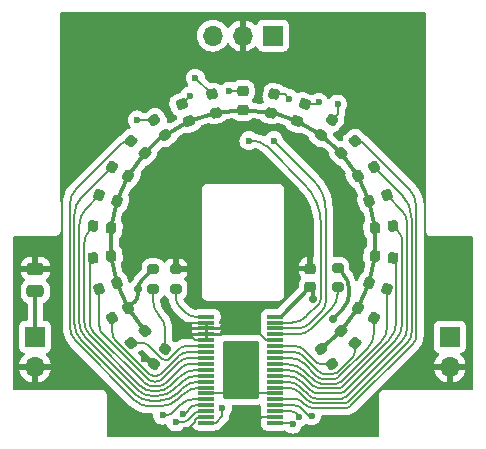
<source format=gbr>
%TF.GenerationSoftware,KiCad,Pcbnew,8.0.7*%
%TF.CreationDate,2025-01-17T16:07:07+00:00*%
%TF.ProjectId,Spectralist_LEDs,53706563-7472-4616-9c69-73745f4c4544,rev?*%
%TF.SameCoordinates,Original*%
%TF.FileFunction,Copper,L1,Top*%
%TF.FilePolarity,Positive*%
%FSLAX46Y46*%
G04 Gerber Fmt 4.6, Leading zero omitted, Abs format (unit mm)*
G04 Created by KiCad (PCBNEW 8.0.7) date 2025-01-17 16:07:07*
%MOMM*%
%LPD*%
G01*
G04 APERTURE LIST*
G04 Aperture macros list*
%AMRoundRect*
0 Rectangle with rounded corners*
0 $1 Rounding radius*
0 $2 $3 $4 $5 $6 $7 $8 $9 X,Y pos of 4 corners*
0 Add a 4 corners polygon primitive as box body*
4,1,4,$2,$3,$4,$5,$6,$7,$8,$9,$2,$3,0*
0 Add four circle primitives for the rounded corners*
1,1,$1+$1,$2,$3*
1,1,$1+$1,$4,$5*
1,1,$1+$1,$6,$7*
1,1,$1+$1,$8,$9*
0 Add four rect primitives between the rounded corners*
20,1,$1+$1,$2,$3,$4,$5,0*
20,1,$1+$1,$4,$5,$6,$7,0*
20,1,$1+$1,$6,$7,$8,$9,0*
20,1,$1+$1,$8,$9,$2,$3,0*%
G04 Aperture macros list end*
%TA.AperFunction,SMDPad,CuDef*%
%ADD10RoundRect,0.218750X0.334028X0.044059X0.008902X0.336803X-0.334028X-0.044059X-0.008902X-0.336803X0*%
%TD*%
%TA.AperFunction,SMDPad,CuDef*%
%ADD11RoundRect,0.250000X-0.475000X0.250000X-0.475000X-0.250000X0.475000X-0.250000X0.475000X0.250000X0*%
%TD*%
%TA.AperFunction,SMDPad,CuDef*%
%ADD12RoundRect,0.200000X-0.275000X0.200000X-0.275000X-0.200000X0.275000X-0.200000X0.275000X0.200000X0*%
%TD*%
%TA.AperFunction,SMDPad,CuDef*%
%ADD13RoundRect,0.075000X-0.625000X-0.075000X0.625000X-0.075000X0.625000X0.075000X-0.625000X0.075000X0*%
%TD*%
%TA.AperFunction,HeatsinkPad*%
%ADD14C,0.500000*%
%TD*%
%TA.AperFunction,HeatsinkPad*%
%ADD15RoundRect,0.155000X-1.395000X-2.295000X1.395000X-2.295000X1.395000X2.295000X-1.395000X2.295000X0*%
%TD*%
%TA.AperFunction,SMDPad,CuDef*%
%ADD16RoundRect,0.218750X-0.145122X0.304064X-0.323070X-0.095612X0.145122X-0.304064X0.323070X0.095612X0*%
%TD*%
%TA.AperFunction,SMDPad,CuDef*%
%ADD17RoundRect,0.218750X-0.128858X-0.311306X0.287229X-0.176111X0.128858X0.311306X-0.287229X0.176111X0*%
%TD*%
%TA.AperFunction,SMDPad,CuDef*%
%ADD18RoundRect,0.218750X-0.317568X-0.112544X0.061318X-0.331294X0.317568X0.112544X-0.061318X0.331294X0*%
%TD*%
%TA.AperFunction,SMDPad,CuDef*%
%ADD19RoundRect,0.218750X-0.256250X0.218750X-0.256250X-0.218750X0.256250X-0.218750X0.256250X0.218750X0*%
%TD*%
%TA.AperFunction,SMDPad,CuDef*%
%ADD20RoundRect,0.218750X0.061318X0.331294X-0.317568X0.112544X-0.061318X-0.331294X0.317568X-0.112544X0*%
%TD*%
%TA.AperFunction,SMDPad,CuDef*%
%ADD21RoundRect,0.218750X0.335889X-0.026352X0.078733X0.327592X-0.335889X0.026352X-0.078733X-0.327592X0*%
%TD*%
%TA.AperFunction,SMDPad,CuDef*%
%ADD22RoundRect,0.218750X-0.205170X0.267247X-0.296131X-0.160692X0.205170X-0.267247X0.296131X0.160692X0*%
%TD*%
%TA.AperFunction,SMDPad,CuDef*%
%ADD23RoundRect,0.218750X-0.078733X0.327592X-0.335889X-0.026352X0.078733X-0.327592X0.335889X0.026352X0*%
%TD*%
%TA.AperFunction,SMDPad,CuDef*%
%ADD24RoundRect,0.218750X-0.296131X0.160692X-0.205170X-0.267247X0.296131X-0.160692X0.205170X0.267247X0*%
%TD*%
%TA.AperFunction,SMDPad,CuDef*%
%ADD25RoundRect,0.218750X-0.335889X0.026352X-0.078733X-0.327592X0.335889X-0.026352X0.078733X0.327592X0*%
%TD*%
%TA.AperFunction,SMDPad,CuDef*%
%ADD26RoundRect,0.218750X0.287229X0.176111X-0.128858X0.311306X-0.287229X-0.176111X0.128858X-0.311306X0*%
%TD*%
%TA.AperFunction,SMDPad,CuDef*%
%ADD27RoundRect,0.218750X0.128858X0.311306X-0.287229X0.176111X-0.128858X-0.311306X0.287229X-0.176111X0*%
%TD*%
%TA.AperFunction,SMDPad,CuDef*%
%ADD28RoundRect,0.218750X0.190766X0.277712X-0.244337X0.231981X-0.190766X-0.277712X0.244337X-0.231981X0*%
%TD*%
%TA.AperFunction,SMDPad,CuDef*%
%ADD29RoundRect,0.218750X-0.008902X0.336803X-0.334028X0.044059X0.008902X-0.336803X0.334028X-0.044059X0*%
%TD*%
%TA.AperFunction,SMDPad,CuDef*%
%ADD30RoundRect,0.218750X-0.190766X-0.277712X0.244337X-0.231981X0.190766X0.277712X-0.244337X0.231981X0*%
%TD*%
%TA.AperFunction,SMDPad,CuDef*%
%ADD31RoundRect,0.218750X0.317568X0.112544X-0.061318X0.331294X-0.317568X-0.112544X0.061318X-0.331294X0*%
%TD*%
%TA.AperFunction,SMDPad,CuDef*%
%ADD32RoundRect,0.218750X-0.323070X0.095612X-0.145122X-0.304064X0.323070X-0.095612X0.145122X0.304064X0*%
%TD*%
%TA.AperFunction,SMDPad,CuDef*%
%ADD33RoundRect,0.218750X0.244337X0.231981X-0.190766X0.277712X-0.244337X-0.231981X0.190766X-0.277712X0*%
%TD*%
%TA.AperFunction,SMDPad,CuDef*%
%ADD34RoundRect,0.218750X0.078733X-0.327592X0.335889X0.026352X-0.078733X0.327592X-0.335889X-0.026352X0*%
%TD*%
%TA.AperFunction,SMDPad,CuDef*%
%ADD35RoundRect,0.218750X0.008902X-0.336803X0.334028X-0.044059X-0.008902X0.336803X-0.334028X0.044059X0*%
%TD*%
%TA.AperFunction,SMDPad,CuDef*%
%ADD36RoundRect,0.218750X-0.334028X-0.044059X-0.008902X-0.336803X0.334028X0.044059X0.008902X0.336803X0*%
%TD*%
%TA.AperFunction,SMDPad,CuDef*%
%ADD37RoundRect,0.218750X-0.287229X-0.176111X0.128858X-0.311306X0.287229X0.176111X-0.128858X0.311306X0*%
%TD*%
%TA.AperFunction,SMDPad,CuDef*%
%ADD38RoundRect,0.218750X-0.244337X-0.231981X0.190766X-0.277712X0.244337X0.231981X-0.190766X0.277712X0*%
%TD*%
%TA.AperFunction,SMDPad,CuDef*%
%ADD39RoundRect,0.218750X-0.061318X-0.331294X0.317568X-0.112544X0.061318X0.331294X-0.317568X0.112544X0*%
%TD*%
%TA.AperFunction,SMDPad,CuDef*%
%ADD40RoundRect,0.225000X-0.250000X0.225000X-0.250000X-0.225000X0.250000X-0.225000X0.250000X0.225000X0*%
%TD*%
%TA.AperFunction,ComponentPad*%
%ADD41R,1.700000X1.700000*%
%TD*%
%TA.AperFunction,ComponentPad*%
%ADD42O,1.700000X1.700000*%
%TD*%
%TA.AperFunction,ViaPad*%
%ADD43C,0.600000*%
%TD*%
%TA.AperFunction,ViaPad*%
%ADD44C,0.700000*%
%TD*%
%TA.AperFunction,Conductor*%
%ADD45C,0.200000*%
%TD*%
%TA.AperFunction,Conductor*%
%ADD46C,0.300000*%
%TD*%
G04 APERTURE END LIST*
D10*
%TO.P,D23,1,K*%
%TO.N,Net-(D23-K)*%
X139502963Y-110544007D03*
%TO.P,D23,2,A*%
%TO.N,+12V*%
X138332511Y-109490127D03*
%TD*%
D11*
%TO.P,C2,1*%
%TO.N,GND*%
X112400000Y-104250000D03*
%TO.P,C2,2*%
%TO.N,+12V*%
X112400000Y-106150000D03*
%TD*%
D12*
%TO.P,R1,1*%
%TO.N,+12V*%
X122400000Y-104275000D03*
%TO.P,R1,2*%
%TO.N,Net-(D25-A)*%
X122400000Y-105925000D03*
%TD*%
D13*
%TO.P,U1,1,REXT*%
%TO.N,Net-(U1-REXT)*%
X126900000Y-108300000D03*
%TO.P,U1,2,AD0*%
%TO.N,GND*%
X126900000Y-108800000D03*
%TO.P,U1,3,AD1*%
X126900000Y-109300000D03*
%TO.P,U1,4,AD2*%
X126900000Y-109800000D03*
%TO.P,U1,5,~{OE}*%
X126900000Y-110300000D03*
%TO.P,U1,6,LED0*%
%TO.N,Net-(D1-K)*%
X126900000Y-110800000D03*
%TO.P,U1,7,LED1*%
%TO.N,Net-(D2-K)*%
X126900000Y-111300000D03*
%TO.P,U1,8,LED2*%
%TO.N,Net-(D3-K)*%
X126900000Y-111800000D03*
%TO.P,U1,9,LED3*%
%TO.N,Net-(D4-K)*%
X126900000Y-112300000D03*
%TO.P,U1,10,LED4*%
%TO.N,Net-(D5-K)*%
X126900000Y-112800000D03*
%TO.P,U1,11,LED5*%
%TO.N,Net-(D6-K)*%
X126900000Y-113300000D03*
%TO.P,U1,12,LED6*%
%TO.N,Net-(D7-K)*%
X126900000Y-113800000D03*
%TO.P,U1,13,LED7*%
%TO.N,Net-(D8-K)*%
X126900000Y-114300000D03*
%TO.P,U1,14,VSS*%
%TO.N,GND*%
X126900000Y-114800000D03*
%TO.P,U1,15,LED8*%
%TO.N,Net-(D9-K)*%
X126900000Y-115300000D03*
%TO.P,U1,16,LED9*%
%TO.N,Net-(D10-K)*%
X126900000Y-115800000D03*
%TO.P,U1,17,LED10*%
%TO.N,Net-(D11-K)*%
X126900000Y-116300000D03*
%TO.P,U1,18,VSS*%
%TO.N,GND*%
X126900000Y-116800000D03*
%TO.P,U1,19,LED11*%
%TO.N,Net-(D12-K)*%
X126900000Y-117300000D03*
%TO.P,U1,20,LED12*%
%TO.N,Net-(D13-K)*%
X132700000Y-117300000D03*
%TO.P,U1,21,VSS*%
%TO.N,GND*%
X132700000Y-116800000D03*
%TO.P,U1,22,LED13*%
%TO.N,Net-(D14-K)*%
X132700000Y-116300000D03*
%TO.P,U1,23,LED14*%
%TO.N,Net-(D15-K)*%
X132700000Y-115800000D03*
%TO.P,U1,24,LED15*%
%TO.N,Net-(D16-K)*%
X132700000Y-115300000D03*
%TO.P,U1,25,VSS*%
%TO.N,GND*%
X132700000Y-114800000D03*
%TO.P,U1,26,LED16*%
%TO.N,Net-(D17-K)*%
X132700000Y-114300000D03*
%TO.P,U1,27,LED17*%
%TO.N,Net-(D18-K)*%
X132700000Y-113800000D03*
%TO.P,U1,28,LED18*%
%TO.N,Net-(D19-K)*%
X132700000Y-113300000D03*
%TO.P,U1,29,LED19*%
%TO.N,Net-(D20-K)*%
X132700000Y-112800000D03*
%TO.P,U1,30,LED20*%
%TO.N,Net-(D21-K)*%
X132700000Y-112300000D03*
%TO.P,U1,31,LED21*%
%TO.N,Net-(D22-K)*%
X132700000Y-111800000D03*
%TO.P,U1,32,LED22*%
%TO.N,Net-(D23-K)*%
X132700000Y-111300000D03*
%TO.P,U1,33,LED23*%
%TO.N,Net-(D24-K)*%
X132700000Y-110800000D03*
%TO.P,U1,34,VSS*%
%TO.N,GND*%
X132700000Y-110300000D03*
%TO.P,U1,35,~{RESET}*%
%TO.N,Net-(U1-~{RESET})*%
X132700000Y-109800000D03*
%TO.P,U1,36,SCL*%
%TO.N,/LED_SCL*%
X132700000Y-109300000D03*
%TO.P,U1,37,SDA*%
%TO.N,/LED_SDA*%
X132700000Y-108800000D03*
%TO.P,U1,38,VDD*%
%TO.N,+3.3V*%
X132700000Y-108300000D03*
D14*
%TO.P,U1,39,VSS*%
%TO.N,GND*%
X128650000Y-110850000D03*
X128650000Y-111825000D03*
X128650000Y-112800000D03*
X128650000Y-113775000D03*
X128650000Y-114750000D03*
X129400000Y-110850000D03*
X129400000Y-111825000D03*
X129400000Y-112800000D03*
X129400000Y-113775000D03*
X129400000Y-114750000D03*
D15*
X129800000Y-112800000D03*
D14*
X130150000Y-110850000D03*
X130150000Y-111825000D03*
X130150000Y-112800000D03*
X130150000Y-113775000D03*
X130150000Y-114750000D03*
X130900000Y-110850000D03*
X130900000Y-111825000D03*
X130900000Y-112800000D03*
X130900000Y-113775000D03*
X130900000Y-114750000D03*
%TD*%
D16*
%TO.P,D14,1,K*%
%TO.N,Net-(D14-K)*%
X135201144Y-90305538D03*
%TO.P,D14,2,A*%
%TO.N,+12V*%
X134560534Y-91744370D03*
%TD*%
D17*
%TO.P,D3,1,K*%
%TO.N,Net-(D3-K)*%
X117838364Y-105939053D03*
%TO.P,D3,2,A*%
%TO.N,+12V*%
X119336278Y-105452353D03*
%TD*%
D18*
%TO.P,D7,1,K*%
%TO.N,Net-(D7-K)*%
X118925699Y-95593749D03*
%TO.P,D7,2,A*%
%TO.N,+12V*%
X120289691Y-96381251D03*
%TD*%
D19*
%TO.P,D12,1,K*%
%TO.N,Net-(D12-K)*%
X130000000Y-89200000D03*
%TO.P,D12,2,A*%
%TO.N,+12V*%
X130000000Y-90775000D03*
%TD*%
D20*
%TO.P,D17,1,K*%
%TO.N,Net-(D17-K)*%
X141074300Y-95593749D03*
%TO.P,D17,2,A*%
%TO.N,+12V*%
X139710308Y-96381251D03*
%TD*%
D21*
%TO.P,D24,1,K*%
%TO.N,Net-(D24-K)*%
X137516304Y-112332804D03*
%TO.P,D24,2,A*%
%TO.N,+12V*%
X136590542Y-111058602D03*
%TD*%
D22*
%TO.P,D13,1,K*%
%TO.N,Net-(D13-K)*%
X132658670Y-89479437D03*
%TO.P,D13,2,A*%
%TO.N,+12V*%
X132331210Y-91020019D03*
%TD*%
D23*
%TO.P,D15,1,K*%
%TO.N,Net-(D15-K)*%
X137516305Y-91642195D03*
%TO.P,D15,2,A*%
%TO.N,+12V*%
X136590541Y-92916397D03*
%TD*%
D24*
%TO.P,D11,1,K*%
%TO.N,Net-(D11-K)*%
X127341330Y-89479436D03*
%TO.P,D11,2,A*%
%TO.N,+12V*%
X127668788Y-91020020D03*
%TD*%
D12*
%TO.P,R3,1*%
%TO.N,+3.3V*%
X138000000Y-104175000D03*
%TO.P,R3,2*%
%TO.N,Net-(U1-~{RESET})*%
X138000000Y-105825000D03*
%TD*%
D25*
%TO.P,D9,1,K*%
%TO.N,Net-(D9-K)*%
X122483694Y-91642193D03*
%TO.P,D9,2,A*%
%TO.N,+12V*%
X123409458Y-92916399D03*
%TD*%
D26*
%TO.P,D21,1,K*%
%TO.N,Net-(D21-K)*%
X142161636Y-105939054D03*
%TO.P,D21,2,A*%
%TO.N,+12V*%
X140663720Y-105452352D03*
%TD*%
D27*
%TO.P,D18,1,K*%
%TO.N,Net-(D18-K)*%
X142161634Y-98035945D03*
%TO.P,D18,2,A*%
%TO.N,+12V*%
X140663722Y-98522647D03*
%TD*%
D28*
%TO.P,D19,1,K*%
%TO.N,Net-(D19-K)*%
X142717448Y-100650842D03*
%TO.P,D19,2,A*%
%TO.N,+12V*%
X141151076Y-100815474D03*
%TD*%
D29*
%TO.P,D16,1,K*%
%TO.N,Net-(D16-K)*%
X139502963Y-93430991D03*
%TO.P,D16,2,A*%
%TO.N,+12V*%
X138332511Y-94484873D03*
%TD*%
D30*
%TO.P,D4,1,K*%
%TO.N,Net-(D4-K)*%
X117282551Y-103324156D03*
%TO.P,D4,2,A*%
%TO.N,+12V*%
X118848923Y-103159526D03*
%TD*%
D31*
%TO.P,D22,1,K*%
%TO.N,Net-(D22-K)*%
X141074299Y-108381250D03*
%TO.P,D22,2,A*%
%TO.N,+12V*%
X139710309Y-107593750D03*
%TD*%
D32*
%TO.P,D10,1,K*%
%TO.N,Net-(D10-K)*%
X124798854Y-90305536D03*
%TO.P,D10,2,A*%
%TO.N,+12V*%
X125439466Y-91744372D03*
%TD*%
D33*
%TO.P,D20,1,K*%
%TO.N,Net-(D20-K)*%
X142717448Y-103324159D03*
%TO.P,D20,2,A*%
%TO.N,+12V*%
X141151076Y-103159523D03*
%TD*%
D34*
%TO.P,D25,1,K*%
%TO.N,GND*%
X122483696Y-112332803D03*
%TO.P,D25,2,A*%
%TO.N,Net-(D25-A)*%
X123409456Y-111058603D03*
%TD*%
D35*
%TO.P,D1,1,K*%
%TO.N,Net-(D1-K)*%
X120497036Y-110544007D03*
%TO.P,D1,2,A*%
%TO.N,+12V*%
X121667488Y-109490127D03*
%TD*%
D36*
%TO.P,D8,1,K*%
%TO.N,Net-(D8-K)*%
X120497035Y-93430992D03*
%TO.P,D8,2,A*%
%TO.N,+12V*%
X121667489Y-94484872D03*
%TD*%
D37*
%TO.P,D6,1,K*%
%TO.N,Net-(D6-K)*%
X117838364Y-98035943D03*
%TO.P,D6,2,A*%
%TO.N,+12V*%
X119336278Y-98522649D03*
%TD*%
D38*
%TO.P,D5,1,K*%
%TO.N,Net-(D5-K)*%
X117282550Y-100650841D03*
%TO.P,D5,2,A*%
%TO.N,+12V*%
X118848924Y-100815475D03*
%TD*%
D39*
%TO.P,D2,1,K*%
%TO.N,Net-(D2-K)*%
X118925700Y-108381250D03*
%TO.P,D2,2,A*%
%TO.N,+12V*%
X120289690Y-107593750D03*
%TD*%
D40*
%TO.P,C1,1*%
%TO.N,GND*%
X135700000Y-104225000D03*
%TO.P,C1,2*%
%TO.N,+3.3V*%
X135700000Y-105775000D03*
%TD*%
D12*
%TO.P,R2,1*%
%TO.N,GND*%
X124300000Y-104275000D03*
%TO.P,R2,2*%
%TO.N,Net-(U1-REXT)*%
X124300000Y-105925000D03*
%TD*%
D41*
%TO.P,J3,1,Pin_1*%
%TO.N,+3.3V*%
X147500000Y-110000000D03*
D42*
%TO.P,J3,2,Pin_2*%
%TO.N,GND*%
X147500000Y-112540000D03*
%TD*%
D41*
%TO.P,J2,1,Pin_1*%
%TO.N,+12V*%
X112400000Y-110000000D03*
D42*
%TO.P,J2,2,Pin_2*%
%TO.N,GND*%
X112400000Y-112540000D03*
%TD*%
D41*
%TO.P,J1,1,Pin_1*%
%TO.N,/LED_SCL*%
X132525000Y-84500000D03*
D42*
%TO.P,J1,2,Pin_2*%
%TO.N,GND*%
X129985000Y-84500000D03*
%TO.P,J1,3,Pin_3*%
%TO.N,/LED_SDA*%
X127445000Y-84500000D03*
%TD*%
D43*
%TO.N,GND*%
X146110000Y-102360000D03*
X131500000Y-92500000D03*
X145000000Y-96000000D03*
X132280000Y-96360000D03*
X114900000Y-96100000D03*
X131200000Y-116800000D03*
X123300000Y-90300000D03*
X139590000Y-104210000D03*
X123400000Y-107400000D03*
X121650000Y-111895213D03*
X125200000Y-117879620D03*
X131200000Y-109400000D03*
X113720000Y-102390000D03*
D44*
%TO.N,+12V*%
X121100000Y-106000000D03*
D43*
%TO.N,Net-(D9-K)*%
X123180000Y-116640000D03*
X121050000Y-91650000D03*
%TO.N,Net-(D10-K)*%
X125500000Y-89599996D03*
X124923586Y-116517329D03*
%TO.N,Net-(D11-K)*%
X125950000Y-88100000D03*
X124298198Y-117217563D03*
%TO.N,Net-(D12-K)*%
X128250000Y-116050000D03*
X128800000Y-89199998D03*
%TO.N,Net-(D13-K)*%
X134199990Y-117400000D03*
X133900000Y-89850000D03*
%TO.N,Net-(D14-K)*%
X136400000Y-90150000D03*
X134771774Y-116771049D03*
%TO.N,Net-(D15-K)*%
X138000000Y-90300000D03*
X135800000Y-116700000D03*
%TO.N,/LED_SCL*%
X132600000Y-93400000D03*
%TO.N,/LED_SDA*%
X130500000Y-93400000D03*
D44*
%TO.N,+3.3V*%
X135900000Y-106800000D03*
X137600000Y-108500000D03*
%TD*%
D45*
%TO.N,GND*%
X125220380Y-117879620D02*
X125900000Y-117200000D01*
X132700000Y-116800000D02*
X131200000Y-116800000D01*
X122046106Y-111895213D02*
X121650000Y-111895213D01*
X126167590Y-116800000D02*
X126900000Y-116800000D01*
X145400000Y-96400000D02*
X145000000Y-96000000D01*
X113720000Y-102350000D02*
X114630000Y-101440000D01*
X145400000Y-101630000D02*
X145400000Y-96400000D01*
X125400000Y-109800000D02*
X124900000Y-109300000D01*
X125900000Y-117067590D02*
X126167590Y-116800000D01*
X132700000Y-114800000D02*
X130950000Y-114800000D01*
X132700000Y-110300000D02*
X131967590Y-110300000D01*
X128600000Y-114800000D02*
X128650000Y-114750000D01*
X124900000Y-109300000D02*
X124400000Y-108800000D01*
X113720000Y-102390000D02*
X113720000Y-102350000D01*
X131200000Y-109532410D02*
X131200000Y-109400000D01*
X114630000Y-101440000D02*
X114630000Y-96370000D01*
X125900000Y-110300000D02*
X125400000Y-109800000D01*
X146110000Y-102360000D02*
X146060736Y-102290736D01*
X125900000Y-110300000D02*
X126937500Y-110300000D01*
X122483696Y-112332803D02*
X122046106Y-111895213D01*
X123400000Y-107800000D02*
X123400000Y-107400000D01*
X126937500Y-109300000D02*
X124900000Y-109300000D01*
X126937500Y-108800000D02*
X124400000Y-108800000D01*
X125200000Y-117879620D02*
X125220380Y-117879620D01*
X114630000Y-96370000D02*
X114900000Y-96100000D01*
X126937500Y-114800000D02*
X128600000Y-114800000D01*
X126937500Y-109800000D02*
X125400000Y-109800000D01*
X146060736Y-102290736D02*
X145400000Y-101630000D01*
X125900000Y-117200000D02*
X125900000Y-117067590D01*
X131967590Y-110300000D02*
X131200000Y-109532410D01*
X124400000Y-108800000D02*
X123400000Y-107800000D01*
X130950000Y-114800000D02*
X130900000Y-114750000D01*
D46*
%TO.N,+12V*%
X118848924Y-103148922D02*
X118848924Y-100815475D01*
X141151076Y-100815474D02*
X141151076Y-103159523D01*
X112400000Y-106150000D02*
X112400000Y-110000000D01*
X123235962Y-92916399D02*
X123409458Y-92916399D01*
X119336278Y-105452353D02*
X118848923Y-103159526D01*
X118848923Y-103148923D02*
X118848924Y-103148922D01*
X140663720Y-105452352D02*
X139710309Y-107593750D01*
X132331210Y-91020019D02*
X132620019Y-91020019D01*
X136590541Y-92916397D02*
X138332511Y-94484873D01*
X140663722Y-98522647D02*
X141151076Y-100815474D01*
X123483601Y-92916399D02*
X125439466Y-91744372D01*
X141151076Y-103159523D02*
X140663720Y-105452352D01*
X139710309Y-107593750D02*
X138332511Y-109490127D01*
X127668788Y-91020020D02*
X130000000Y-90775000D01*
X134560534Y-91744370D02*
X136590541Y-92916397D01*
X121100000Y-106000000D02*
X121100000Y-105989214D01*
X120289691Y-96381250D02*
X121667489Y-94484872D01*
X136590542Y-111058602D02*
X138332511Y-109490127D01*
X121667489Y-94484872D02*
X123235962Y-92916399D01*
X130000000Y-90775000D02*
X132331210Y-91020019D01*
X121392893Y-105282107D02*
X122400000Y-104275000D01*
X138332511Y-94484873D02*
X139710308Y-96381250D01*
X119336278Y-98522649D02*
X120289691Y-96381250D01*
X132620019Y-91020019D02*
X134560534Y-91744370D01*
X123409458Y-92916399D02*
X123483601Y-92916399D01*
X118848924Y-100815475D02*
X119336278Y-98522649D01*
X121667488Y-109490127D02*
X120289690Y-107593750D01*
X139710308Y-96381250D02*
X140663722Y-98522647D01*
X118848923Y-103159526D02*
X118848923Y-103148923D01*
X121100000Y-106000000D02*
X121100000Y-106369226D01*
X120289690Y-107593750D02*
X119336278Y-105452353D01*
X120807107Y-107076333D02*
X120289690Y-107593750D01*
X125439466Y-91744372D02*
X127668788Y-91020020D01*
X121100000Y-106369226D02*
G75*
G02*
X120807094Y-107076320I-1000000J26D01*
G01*
X121100000Y-105989214D02*
G75*
G02*
X121392886Y-105282100I1000000J14D01*
G01*
D45*
%TO.N,Net-(D1-K)*%
X123461136Y-112000000D02*
X123530761Y-112000000D01*
X120497036Y-110544007D02*
X121590929Y-110544007D01*
X125041421Y-110800000D02*
X126937500Y-110800000D01*
X123707538Y-111926776D02*
X124687868Y-110946446D01*
X121944483Y-110690454D02*
X123107583Y-111853554D01*
X125041421Y-110800000D02*
G75*
G03*
X124687858Y-110946436I-21J-500000D01*
G01*
X123707538Y-111926776D02*
G75*
G02*
X123530761Y-111999972I-176738J176776D01*
G01*
X123107583Y-111853554D02*
G75*
G03*
X123461136Y-111999975I353517J353554D01*
G01*
X121944483Y-110690454D02*
G75*
G03*
X121590929Y-110543984I-353583J-353546D01*
G01*
%TO.N,Net-(D2-K)*%
X118925700Y-108381250D02*
X118925700Y-109621152D01*
X123046447Y-113153553D02*
X124607107Y-111592893D01*
X122409813Y-113300000D02*
X122692893Y-113300000D01*
X119218593Y-110328259D02*
X122035138Y-113144804D01*
X125314214Y-111300000D02*
X126937500Y-111300000D01*
X122692893Y-113300000D02*
G75*
G03*
X123046450Y-113153556I7J500000D01*
G01*
X124607107Y-111592893D02*
G75*
G02*
X125314214Y-111300010I707093J-707107D01*
G01*
X118925700Y-109621152D02*
G75*
G03*
X119218569Y-110328283I1000000J-48D01*
G01*
X122409813Y-113300000D02*
G75*
G02*
X122035125Y-113144817I-13J529900D01*
G01*
%TO.N,Net-(D3-K)*%
X122551472Y-113800000D02*
X122556651Y-113800000D01*
X124672793Y-112092893D02*
X123254875Y-113510811D01*
X126937500Y-111800000D02*
X125379900Y-111800000D01*
X121831741Y-113507093D02*
X118131257Y-109806609D01*
X117838364Y-109099502D02*
X117838364Y-105939053D01*
X118131257Y-109806609D02*
G75*
G02*
X117838373Y-109099502I707143J707109D01*
G01*
X121831741Y-113507093D02*
G75*
G03*
X122538862Y-113800027I707159J707093D01*
G01*
X124672793Y-112092893D02*
G75*
G02*
X125379900Y-111800000I707107J-707107D01*
G01*
X123254875Y-113510811D02*
G75*
G02*
X122556651Y-113800023I-698175J698111D01*
G01*
%TO.N,Net-(D4-K)*%
X117028787Y-108864573D02*
X117028787Y-103577920D01*
X122432288Y-114200000D02*
X122671669Y-114200002D01*
X121608964Y-113858964D02*
X117321680Y-109571680D01*
X117028787Y-103577920D02*
X117282551Y-103324156D01*
X126937500Y-112300000D02*
X125514214Y-112300000D01*
X124807107Y-112592893D02*
X123573577Y-113826423D01*
X122671669Y-114200002D02*
G75*
G03*
X123573593Y-113826439I31J1275502D01*
G01*
X125514214Y-112300000D02*
G75*
G03*
X124807100Y-112592886I-14J-1000000D01*
G01*
X121608964Y-113858964D02*
G75*
G03*
X122432288Y-114199993I823336J823364D01*
G01*
X117028787Y-108864573D02*
G75*
G03*
X117321664Y-109571696I1000013J-27D01*
G01*
%TO.N,Net-(D5-K)*%
X122559798Y-114600000D02*
X122378525Y-114600000D01*
X122571573Y-114600000D02*
X122559798Y-114600000D01*
X116518413Y-108558615D02*
X116518413Y-102243405D01*
X117104200Y-100829191D02*
X117282550Y-100650841D01*
X121273765Y-114142394D02*
X117104199Y-109972828D01*
X126937500Y-112800000D02*
X126028427Y-112800000D01*
X122571573Y-114600000D02*
X122720198Y-114600002D01*
X124614213Y-113385787D02*
X123880675Y-114119325D01*
X126028427Y-112800000D02*
G75*
G03*
X124614199Y-113385773I-27J-2000000D01*
G01*
X117104199Y-109972828D02*
G75*
G02*
X116518399Y-108558615I1414201J1414228D01*
G01*
X121273765Y-114142394D02*
G75*
G03*
X122378525Y-114599973I1104735J1104794D01*
G01*
X123880675Y-114119325D02*
G75*
G02*
X122720198Y-114600024I-1160475J1160425D01*
G01*
X117104200Y-100829191D02*
G75*
G03*
X116518413Y-102243405I1414200J-1414209D01*
G01*
%TO.N,Net-(D6-K)*%
X116704200Y-99170107D02*
X117838364Y-98035943D01*
X122771573Y-115000000D02*
X122262778Y-115000000D01*
X116118413Y-108724301D02*
X116118413Y-100584321D01*
X126937500Y-113300000D02*
X126128427Y-113300000D01*
X124714213Y-113885787D02*
X124185786Y-114414214D01*
X121072767Y-114507082D02*
X116704199Y-110138514D01*
X126128427Y-113300000D02*
G75*
G03*
X124714199Y-113885773I-27J-2000000D01*
G01*
X121072767Y-114507082D02*
G75*
G03*
X122262778Y-115000025I1190033J1189982D01*
G01*
X116704200Y-99170107D02*
G75*
G03*
X116118424Y-100584321I1414200J-1414193D01*
G01*
X122771573Y-115000000D02*
G75*
G03*
X124185800Y-114414228I27J2000000D01*
G01*
X116704199Y-110138514D02*
G75*
G02*
X116118409Y-108724301I1414201J1414214D01*
G01*
%TO.N,Net-(D7-K)*%
X122998477Y-115400000D02*
X122128471Y-115400000D01*
X126937500Y-113800000D02*
X126255331Y-113800000D01*
X116304200Y-98215249D02*
X118925699Y-95593750D01*
X115718413Y-108889987D02*
X115718413Y-99629463D01*
X120884892Y-114884893D02*
X116304199Y-110304200D01*
X124841117Y-114385787D02*
X124412690Y-114814214D01*
X116304199Y-110304200D02*
G75*
G02*
X115718418Y-108889987I1414201J1414200D01*
G01*
X122128471Y-115400000D02*
G75*
G02*
X120884904Y-114884881I29J1758700D01*
G01*
X126255331Y-113800000D02*
G75*
G03*
X124841101Y-114385771I-31J-2000000D01*
G01*
X124412690Y-114814214D02*
G75*
G02*
X122998477Y-115399984I-1414190J1414214D01*
G01*
X115718413Y-99629463D02*
G75*
G02*
X116304221Y-98215270I1999987J-37D01*
G01*
%TO.N,Net-(D8-K)*%
X119626115Y-93723885D02*
X115904200Y-97445800D01*
X126321017Y-114300000D02*
X126937500Y-114300000D01*
X120497035Y-93430992D02*
X120333222Y-93430992D01*
X122064856Y-115890000D02*
X122941852Y-115890000D01*
X124581933Y-115210657D02*
X124906803Y-114885787D01*
X115904199Y-110469886D02*
X120800670Y-115366357D01*
X115318413Y-98860014D02*
X115318413Y-109055673D01*
X122941852Y-115890000D02*
G75*
G03*
X124581901Y-115210625I-52J2319400D01*
G01*
X122064856Y-115890000D02*
G75*
G02*
X120800698Y-115366329I44J1787800D01*
G01*
X124906803Y-114885787D02*
G75*
G02*
X126321017Y-114300012I1414197J-1414213D01*
G01*
X120333222Y-93430992D02*
G75*
G03*
X119626103Y-93723873I-22J-1000008D01*
G01*
X115904200Y-97445800D02*
G75*
G03*
X115318419Y-98860014I1414200J-1414200D01*
G01*
X115318413Y-109055673D02*
G75*
G03*
X115904188Y-110469897I1999987J-27D01*
G01*
%TO.N,Net-(D9-K)*%
X123629435Y-116640000D02*
X123180000Y-116640000D01*
X124768988Y-115707554D02*
X123982988Y-116493554D01*
X126937500Y-115300000D02*
X125752911Y-115300000D01*
X121057807Y-91642193D02*
X122483694Y-91642193D01*
X121050000Y-91650000D02*
X121057807Y-91642193D01*
X125752911Y-115300000D02*
G75*
G03*
X124768978Y-115707544I-11J-1391500D01*
G01*
X123629435Y-116640000D02*
G75*
G03*
X123982970Y-116493536I-35J500000D01*
G01*
%TO.N,Net-(D10-K)*%
X125660230Y-115901064D02*
X125043965Y-116517329D01*
X125500000Y-89604390D02*
X125500000Y-89599996D01*
X124798854Y-90305536D02*
X125500000Y-89604390D01*
X126937500Y-115800000D02*
X125966347Y-115800000D01*
X125043965Y-116517329D02*
X124923586Y-116517329D01*
X125966347Y-115800000D02*
G75*
G03*
X125660222Y-115901053I4553J-528000D01*
G01*
%TO.N,Net-(D11-K)*%
X125955457Y-116446447D02*
X125361904Y-117040000D01*
X124965330Y-117217563D02*
X124298198Y-117217563D01*
X125950000Y-88100000D02*
X125961894Y-88100000D01*
X125361904Y-117040000D02*
X125350000Y-117040000D01*
X125961894Y-88100000D02*
X127341330Y-89479436D01*
X126937500Y-116300000D02*
X126309011Y-116300000D01*
X125350000Y-117040000D02*
X125318883Y-117071117D01*
X125318883Y-117071117D02*
G75*
G02*
X124965330Y-117217595I-353583J353517D01*
G01*
X125955457Y-116446447D02*
G75*
G02*
X126309011Y-116300008I353543J-353553D01*
G01*
%TO.N,Net-(D12-K)*%
X127669910Y-117300000D02*
X126937500Y-117300000D01*
X128800002Y-89200000D02*
X128800000Y-89199998D01*
X128250000Y-116719910D02*
X127669910Y-117300000D01*
X128250000Y-116050000D02*
X128250000Y-116719910D01*
X130000000Y-89200000D02*
X128800002Y-89200000D01*
%TO.N,Net-(D13-K)*%
X134099990Y-117300000D02*
X134199990Y-117400000D01*
X132700000Y-117300000D02*
X134099990Y-117300000D01*
X133529437Y-89479437D02*
X133900000Y-89850000D01*
X132658670Y-89479437D02*
X133529437Y-89479437D01*
%TO.N,Net-(D14-K)*%
X134447172Y-116446447D02*
X134771774Y-116771049D01*
X136244462Y-90305538D02*
X136400000Y-90150000D01*
X132700000Y-116300000D02*
X134093618Y-116300000D01*
X135201144Y-90305538D02*
X136244462Y-90305538D01*
X134447172Y-116446447D02*
G75*
G03*
X134093618Y-116299987I-353572J-353553D01*
G01*
%TO.N,Net-(D15-K)*%
X138000000Y-91158500D02*
X137516305Y-91642195D01*
X132700000Y-115800000D02*
X134305026Y-115800000D01*
X138000000Y-90300000D02*
X138000000Y-91158500D01*
X135012133Y-116092893D02*
X135619240Y-116700000D01*
X135619240Y-116700000D02*
X135800000Y-116700000D01*
X134305026Y-115800000D02*
G75*
G02*
X135012120Y-116092906I-26J-1000000D01*
G01*
%TO.N,Net-(D16-K)*%
X139080762Y-115903553D02*
X144358979Y-110625336D01*
X143986770Y-97376621D02*
X140187586Y-93577437D01*
X134931372Y-115446447D02*
X135199563Y-115714638D01*
X144681588Y-109846489D02*
X144681588Y-99054060D01*
X139834033Y-93430991D02*
X139502963Y-93430991D01*
X132700000Y-115300000D02*
X134577818Y-115300000D01*
X136009199Y-116050000D02*
X138727208Y-116050000D01*
X144681588Y-99054060D02*
G75*
G03*
X143986756Y-97376635I-2372288J-40D01*
G01*
X136009199Y-116050000D02*
G75*
G02*
X135199563Y-115714638I1J1145000D01*
G01*
X144681588Y-109846489D02*
G75*
G02*
X144358991Y-110625348I-1101488J-11D01*
G01*
X138727208Y-116050000D02*
G75*
G03*
X139080758Y-115903549I-8J500000D01*
G01*
X134577818Y-115300000D02*
G75*
G02*
X134931363Y-115446456I-18J-500000D01*
G01*
X140187586Y-93577437D02*
G75*
G03*
X139834033Y-93430970I-353586J-353563D01*
G01*
%TO.N,Net-(D17-K)*%
X144281588Y-100035269D02*
X144281588Y-109554022D01*
X135337820Y-115287211D02*
X134796943Y-114746334D01*
X143869332Y-110549297D02*
X138915075Y-115503554D01*
X141074300Y-95593750D02*
X143408855Y-97928305D01*
X138561522Y-115650000D02*
X136213670Y-115650000D01*
X133719396Y-114300000D02*
X132700000Y-114300000D01*
X136213670Y-115650000D02*
G75*
G02*
X135337843Y-115287188I30J1238600D01*
G01*
X133719396Y-114300000D02*
G75*
G02*
X134796949Y-114746328I4J-1523900D01*
G01*
X143869332Y-110549297D02*
G75*
G03*
X144281617Y-109554022I-995232J995297D01*
G01*
X138561522Y-115650000D02*
G75*
G03*
X138915064Y-115503543I-22J500000D01*
G01*
X143408855Y-97928305D02*
G75*
G02*
X144281613Y-100035269I-2106955J-2106995D01*
G01*
%TO.N,Net-(D18-K)*%
X138706447Y-115093553D02*
X143441887Y-110358113D01*
X132700000Y-113800000D02*
X133671920Y-113800000D01*
X143881588Y-109296580D02*
X143881588Y-100339890D01*
X143468644Y-99342955D02*
X142161634Y-98035945D01*
X136260472Y-115240000D02*
X138352893Y-115240000D01*
X134942650Y-114326353D02*
X135570502Y-114954205D01*
X143881588Y-100339890D02*
G75*
G03*
X143468641Y-99342958I-1409888J-10D01*
G01*
X136260472Y-115240000D02*
G75*
G02*
X135570509Y-114954198I28J975800D01*
G01*
X134942650Y-114326353D02*
G75*
G03*
X133671920Y-113799990I-1270750J-1270747D01*
G01*
X138352893Y-115240000D02*
G75*
G03*
X138706450Y-115093556I7J500000D01*
G01*
X143881588Y-109296580D02*
G75*
G02*
X143441908Y-110358134I-1501288J-20D01*
G01*
%TO.N,Net-(D19-K)*%
X135073465Y-113891484D02*
X135707091Y-114525110D01*
X138580761Y-114653553D02*
X142833165Y-110401149D01*
X132700000Y-113300000D02*
X133645495Y-113300000D01*
X143113227Y-101046621D02*
X142717448Y-100650842D01*
X136370734Y-114800000D02*
X138227207Y-114800000D01*
X143481588Y-108835717D02*
X143481588Y-101935924D01*
X133645495Y-113300000D02*
G75*
G02*
X135073477Y-113891472I5J-2019500D01*
G01*
X143481588Y-101935924D02*
G75*
G03*
X143113244Y-101046604I-1257688J24D01*
G01*
X143481588Y-108835717D02*
G75*
G02*
X142833163Y-110401147I-2213888J17D01*
G01*
X136370734Y-114800000D02*
G75*
G02*
X135707081Y-114525120I-34J938500D01*
G01*
X138580761Y-114653553D02*
G75*
G02*
X138227207Y-114800005I-353561J353553D01*
G01*
%TO.N,Net-(D20-K)*%
X138415761Y-114234239D02*
X142312580Y-110337420D01*
X142824766Y-103431477D02*
X142717448Y-103324159D01*
X135160770Y-113410770D02*
X135895207Y-114145207D01*
X132700000Y-112800000D02*
X133686241Y-112800000D01*
X142971213Y-108747339D02*
X142971213Y-103785031D01*
X136463704Y-114380686D02*
X138062207Y-114380686D01*
X138415761Y-114234239D02*
G75*
G02*
X138062207Y-114380695I-353561J353539D01*
G01*
X135895207Y-114145207D02*
G75*
G03*
X136463704Y-114380680I568493J568507D01*
G01*
X133686241Y-112800000D02*
G75*
G02*
X135160750Y-113410790I-41J-2085300D01*
G01*
X142971213Y-108747339D02*
G75*
G02*
X142312560Y-110337400I-2248713J39D01*
G01*
X142971213Y-103785031D02*
G75*
G03*
X142824784Y-103431459I-500013J31D01*
G01*
%TO.N,Net-(D21-K)*%
X135282127Y-112966441D02*
X136055179Y-113739493D01*
X142161636Y-109342294D02*
X142161636Y-105939054D01*
X136637470Y-113980686D02*
X137896521Y-113980686D01*
X138250075Y-113834239D02*
X141751243Y-110333071D01*
X132700000Y-112300000D02*
X133673195Y-112300000D01*
X136055179Y-113739493D02*
G75*
G03*
X136637470Y-113980706I582321J582293D01*
G01*
X137896521Y-113980686D02*
G75*
G03*
X138250061Y-113834225I-21J499986D01*
G01*
X135282127Y-112966441D02*
G75*
G03*
X133673195Y-112300011I-1608927J-1608959D01*
G01*
X141751243Y-110333071D02*
G75*
G03*
X142161642Y-109342294I-990743J990771D01*
G01*
%TO.N,Net-(D22-K)*%
X141074299Y-108381250D02*
X141074299Y-109685047D01*
X136187934Y-113306562D02*
X135127036Y-112245664D01*
X137723823Y-113580686D02*
X136849727Y-113580686D01*
X140542364Y-110969252D02*
X138077376Y-113434240D01*
X134051107Y-111800000D02*
X132700000Y-111800000D01*
X140542364Y-110969252D02*
G75*
G03*
X141074344Y-109685047I-1284164J1284252D01*
G01*
X137723823Y-113580686D02*
G75*
G03*
X138077361Y-113434225I-23J499986D01*
G01*
X136849727Y-113580686D02*
G75*
G02*
X136187927Y-113306569I-27J935886D01*
G01*
X134051107Y-111800000D02*
G75*
G02*
X135127034Y-112245666I-7J-1521600D01*
G01*
%TO.N,Net-(D23-K)*%
X139502963Y-110544007D02*
X139502963Y-111235860D01*
X139356516Y-111589414D02*
X137911690Y-113034240D01*
X137558137Y-113180686D02*
X137044291Y-113180686D01*
X136365000Y-112899315D02*
X135094453Y-111628768D01*
X134300736Y-111300000D02*
X132700000Y-111300000D01*
X139502963Y-111235860D02*
G75*
G02*
X139356528Y-111589426I-499963J-40D01*
G01*
X134300736Y-111300000D02*
G75*
G02*
X135094438Y-111628783I-36J-1122500D01*
G01*
X137558137Y-113180686D02*
G75*
G03*
X137911668Y-113034218I-37J499986D01*
G01*
X137044291Y-113180686D02*
G75*
G02*
X136365000Y-112899315I9J960686D01*
G01*
%TO.N,Net-(D24-K)*%
X137516304Y-112332804D02*
X136571282Y-112332804D01*
X136217728Y-112186357D02*
X135116710Y-111085339D01*
X134427841Y-110800000D02*
X132700000Y-110800000D01*
X136217728Y-112186357D02*
G75*
G03*
X136571282Y-112332816I353572J353557D01*
G01*
X135116710Y-111085339D02*
G75*
G03*
X134427841Y-110799969I-688910J-688861D01*
G01*
%TO.N,Net-(D25-A)*%
X123400000Y-111049147D02*
X123400000Y-109390781D01*
X122911544Y-108211544D02*
X122850105Y-108150105D01*
X123409456Y-111058603D02*
X123400000Y-111049147D01*
X122400000Y-107063454D02*
X122400000Y-105925000D01*
X123400000Y-109390781D02*
G75*
G03*
X122911536Y-108211552I-1667700J-19D01*
G01*
X122400000Y-107063454D02*
G75*
G03*
X122850073Y-108150137I1536800J-46D01*
G01*
%TO.N,/LED_SCL*%
X135941986Y-96741986D02*
X132600000Y-93400000D01*
X137000000Y-107003324D02*
X137000000Y-99296257D01*
X132700000Y-109300000D02*
X134575241Y-109300000D01*
X135641771Y-108858229D02*
X136648797Y-107851203D01*
X136648797Y-107851203D02*
G75*
G03*
X137000012Y-107003324I-847897J847903D01*
G01*
X135641771Y-108858229D02*
G75*
G02*
X134575241Y-109300029I-1066571J1066529D01*
G01*
X135941986Y-96741986D02*
G75*
G02*
X137000026Y-99296257I-2554286J-2554314D01*
G01*
%TO.N,/LED_SDA*%
X136446808Y-107193192D02*
X135359814Y-108280186D01*
X136593255Y-106799638D02*
X136593255Y-106839638D01*
X130500000Y-93400000D02*
X130812065Y-93400000D01*
X136600000Y-100525957D02*
X136600000Y-106792893D01*
X136600000Y-106792893D02*
X136593255Y-106799638D01*
X131986443Y-93886443D02*
X135167432Y-97067432D01*
X134104872Y-108800000D02*
X132700000Y-108800000D01*
X136446808Y-107193192D02*
G75*
G03*
X136593295Y-106839638I-353508J353592D01*
G01*
X135167432Y-97067432D02*
G75*
G02*
X136600028Y-100525957I-3458532J-3458568D01*
G01*
X135359814Y-108280186D02*
G75*
G02*
X134104872Y-108799967I-1254914J1254986D01*
G01*
X130812065Y-93400000D02*
G75*
G02*
X131986456Y-93886430I35J-1660800D01*
G01*
D46*
%TO.N,+3.3V*%
X132700000Y-108300000D02*
X133175000Y-108300000D01*
X133175000Y-108300000D02*
X135700000Y-105775000D01*
X135900000Y-105975000D02*
X135700000Y-105775000D01*
X135900000Y-106800000D02*
X135900000Y-105975000D01*
X137600000Y-108500000D02*
X138431422Y-107668578D01*
X138980000Y-106344194D02*
X138980000Y-106012460D01*
X138373685Y-104548685D02*
X138000000Y-104175000D01*
X138431422Y-107668578D02*
G75*
G03*
X138979984Y-106344194I-1324422J1324378D01*
G01*
X138373685Y-104548685D02*
G75*
G02*
X138980026Y-106012460I-1463785J-1463815D01*
G01*
D45*
%TO.N,Net-(U1-REXT)*%
X126900000Y-108300000D02*
X125914214Y-108300000D01*
X124300000Y-106685786D02*
X124300000Y-105925000D01*
X125207107Y-108007107D02*
X124592893Y-107392893D01*
X125914214Y-108300000D02*
G75*
G02*
X125207100Y-108007114I-14J1000000D01*
G01*
X124592893Y-107392893D02*
G75*
G02*
X124300010Y-106685786I707107J707093D01*
G01*
%TO.N,Net-(U1-~{RESET})*%
X132700000Y-109800000D02*
X134589434Y-109800000D01*
X135802446Y-109297554D02*
X137479506Y-107620494D01*
X138000000Y-106363910D02*
X138000000Y-105825000D01*
X137479506Y-107620494D02*
G75*
G03*
X138000001Y-106363910I-1256606J1256594D01*
G01*
X134589434Y-109800000D02*
G75*
G03*
X135802438Y-109297546I-34J1715500D01*
G01*
%TD*%
%TA.AperFunction,Conductor*%
%TO.N,GND*%
G36*
X145487291Y-101102659D02*
G01*
X145525065Y-101161437D01*
X145525851Y-101164237D01*
X145531018Y-101183523D01*
X145533608Y-101193187D01*
X145535445Y-101196368D01*
X145599500Y-101307314D01*
X145692686Y-101400500D01*
X145752028Y-101434761D01*
X145806396Y-101466151D01*
X145806814Y-101466392D01*
X145934108Y-101500500D01*
X149375500Y-101500500D01*
X149442539Y-101520185D01*
X149488294Y-101572989D01*
X149499500Y-101624500D01*
X149499500Y-114375500D01*
X149479815Y-114442539D01*
X149427011Y-114488294D01*
X149375500Y-114499500D01*
X141934108Y-114499500D01*
X141806812Y-114533608D01*
X141692686Y-114599500D01*
X141692683Y-114599502D01*
X141599502Y-114692683D01*
X141599500Y-114692686D01*
X141533608Y-114806812D01*
X141499500Y-114934108D01*
X141499500Y-118375500D01*
X141479815Y-118442539D01*
X141427011Y-118488294D01*
X141375500Y-118499500D01*
X118624500Y-118499500D01*
X118557461Y-118479815D01*
X118511706Y-118427011D01*
X118500500Y-118375500D01*
X118500500Y-114934110D01*
X118500500Y-114934108D01*
X118466392Y-114806814D01*
X118466294Y-114806645D01*
X118422106Y-114730109D01*
X118400500Y-114692686D01*
X118307314Y-114599500D01*
X118250250Y-114566554D01*
X118193187Y-114533608D01*
X118129539Y-114516554D01*
X118065892Y-114499500D01*
X118065891Y-114499500D01*
X110624500Y-114499500D01*
X110557461Y-114479815D01*
X110511706Y-114427011D01*
X110500500Y-114375500D01*
X110500500Y-109102135D01*
X111049500Y-109102135D01*
X111049500Y-110897870D01*
X111049501Y-110897876D01*
X111055908Y-110957483D01*
X111106202Y-111092328D01*
X111106206Y-111092335D01*
X111192452Y-111207544D01*
X111192455Y-111207547D01*
X111307664Y-111293793D01*
X111307671Y-111293797D01*
X111326729Y-111300905D01*
X111439598Y-111343002D01*
X111495531Y-111384873D01*
X111519949Y-111450337D01*
X111505098Y-111518610D01*
X111483947Y-111546865D01*
X111361886Y-111668926D01*
X111226400Y-111862420D01*
X111226399Y-111862422D01*
X111126570Y-112076507D01*
X111126567Y-112076513D01*
X111069364Y-112289999D01*
X111069364Y-112290000D01*
X111966988Y-112290000D01*
X111934075Y-112347007D01*
X111900000Y-112474174D01*
X111900000Y-112605826D01*
X111934075Y-112732993D01*
X111966988Y-112790000D01*
X111069364Y-112790000D01*
X111126567Y-113003486D01*
X111126570Y-113003492D01*
X111226399Y-113217578D01*
X111361894Y-113411082D01*
X111528917Y-113578105D01*
X111722421Y-113713600D01*
X111936507Y-113813429D01*
X111936516Y-113813433D01*
X112150000Y-113870634D01*
X112150000Y-112973012D01*
X112207007Y-113005925D01*
X112334174Y-113040000D01*
X112465826Y-113040000D01*
X112592993Y-113005925D01*
X112650000Y-112973012D01*
X112650000Y-113870633D01*
X112863483Y-113813433D01*
X112863492Y-113813429D01*
X113077578Y-113713600D01*
X113271082Y-113578105D01*
X113438105Y-113411082D01*
X113573600Y-113217578D01*
X113673429Y-113003492D01*
X113673432Y-113003486D01*
X113730636Y-112790000D01*
X112833012Y-112790000D01*
X112865925Y-112732993D01*
X112900000Y-112605826D01*
X112900000Y-112474174D01*
X112865925Y-112347007D01*
X112833012Y-112290000D01*
X113730636Y-112290000D01*
X113730635Y-112289999D01*
X113673432Y-112076513D01*
X113673429Y-112076507D01*
X113573600Y-111862422D01*
X113573599Y-111862420D01*
X113438113Y-111668926D01*
X113438108Y-111668920D01*
X113316053Y-111546865D01*
X113282568Y-111485542D01*
X113287552Y-111415850D01*
X113329424Y-111359917D01*
X113360400Y-111343002D01*
X113492331Y-111293796D01*
X113607546Y-111207546D01*
X113693796Y-111092331D01*
X113744091Y-110957483D01*
X113750500Y-110897873D01*
X113750499Y-109102128D01*
X113744091Y-109042517D01*
X113740650Y-109033292D01*
X113693797Y-108907671D01*
X113693793Y-108907664D01*
X113607547Y-108792455D01*
X113607544Y-108792452D01*
X113492335Y-108706206D01*
X113492328Y-108706202D01*
X113357482Y-108655908D01*
X113357483Y-108655908D01*
X113297883Y-108649501D01*
X113297881Y-108649500D01*
X113297873Y-108649500D01*
X113297865Y-108649500D01*
X113174500Y-108649500D01*
X113107461Y-108629815D01*
X113061706Y-108577011D01*
X113050500Y-108525500D01*
X113050500Y-107222016D01*
X113070185Y-107154977D01*
X113122989Y-107109222D01*
X113135488Y-107104313D01*
X113194334Y-107084814D01*
X113343656Y-106992712D01*
X113467712Y-106868656D01*
X113559814Y-106719334D01*
X113614999Y-106552797D01*
X113625500Y-106450009D01*
X113625499Y-105849992D01*
X113614999Y-105747203D01*
X113559814Y-105580666D01*
X113467712Y-105431344D01*
X113343656Y-105307288D01*
X113340342Y-105305243D01*
X113338546Y-105303248D01*
X113337989Y-105302807D01*
X113338064Y-105302711D01*
X113293618Y-105253297D01*
X113282397Y-105184334D01*
X113310240Y-105120252D01*
X113340348Y-105094165D01*
X113343342Y-105092318D01*
X113467315Y-104968345D01*
X113559356Y-104819124D01*
X113559358Y-104819119D01*
X113614505Y-104652697D01*
X113614506Y-104652690D01*
X113624999Y-104549986D01*
X113625000Y-104549973D01*
X113625000Y-104500000D01*
X111175001Y-104500000D01*
X111175001Y-104549986D01*
X111185494Y-104652697D01*
X111240641Y-104819119D01*
X111240643Y-104819124D01*
X111332684Y-104968345D01*
X111456655Y-105092316D01*
X111456659Y-105092319D01*
X111459656Y-105094168D01*
X111461279Y-105095972D01*
X111462323Y-105096798D01*
X111462181Y-105096976D01*
X111506381Y-105146116D01*
X111517602Y-105215079D01*
X111489759Y-105279161D01*
X111459661Y-105305241D01*
X111456349Y-105307283D01*
X111456343Y-105307288D01*
X111332289Y-105431342D01*
X111240187Y-105580663D01*
X111240186Y-105580666D01*
X111185001Y-105747203D01*
X111185001Y-105747204D01*
X111185000Y-105747204D01*
X111174500Y-105849983D01*
X111174500Y-106450001D01*
X111174501Y-106450019D01*
X111185000Y-106552796D01*
X111185001Y-106552799D01*
X111240185Y-106719331D01*
X111240187Y-106719336D01*
X111257114Y-106746779D01*
X111332288Y-106868656D01*
X111456344Y-106992712D01*
X111578006Y-107067753D01*
X111605668Y-107084815D01*
X111626110Y-107091588D01*
X111664502Y-107104310D01*
X111721947Y-107144081D01*
X111748772Y-107208596D01*
X111749500Y-107222016D01*
X111749500Y-108525500D01*
X111729815Y-108592539D01*
X111677011Y-108638294D01*
X111625501Y-108649500D01*
X111502130Y-108649500D01*
X111502123Y-108649501D01*
X111442516Y-108655908D01*
X111307671Y-108706202D01*
X111307664Y-108706206D01*
X111192455Y-108792452D01*
X111192452Y-108792455D01*
X111106206Y-108907664D01*
X111106202Y-108907671D01*
X111055908Y-109042517D01*
X111051150Y-109086781D01*
X111049501Y-109102123D01*
X111049500Y-109102135D01*
X110500500Y-109102135D01*
X110500500Y-103950013D01*
X111175000Y-103950013D01*
X111175000Y-104000000D01*
X112150000Y-104000000D01*
X112650000Y-104000000D01*
X113624999Y-104000000D01*
X113624999Y-103950028D01*
X113624998Y-103950013D01*
X113614505Y-103847302D01*
X113559358Y-103680880D01*
X113559356Y-103680875D01*
X113467315Y-103531654D01*
X113343345Y-103407684D01*
X113194124Y-103315643D01*
X113194119Y-103315641D01*
X113027697Y-103260494D01*
X113027690Y-103260493D01*
X112924986Y-103250000D01*
X112650000Y-103250000D01*
X112650000Y-104000000D01*
X112150000Y-104000000D01*
X112150000Y-103250000D01*
X111875029Y-103250000D01*
X111875012Y-103250001D01*
X111772302Y-103260494D01*
X111605880Y-103315641D01*
X111605875Y-103315643D01*
X111456654Y-103407684D01*
X111332684Y-103531654D01*
X111240643Y-103680875D01*
X111240641Y-103680880D01*
X111185494Y-103847302D01*
X111185493Y-103847309D01*
X111175000Y-103950013D01*
X110500500Y-103950013D01*
X110500500Y-101624500D01*
X110520185Y-101557461D01*
X110572989Y-101511706D01*
X110624500Y-101500500D01*
X114065890Y-101500500D01*
X114065892Y-101500500D01*
X114193186Y-101466392D01*
X114307314Y-101400500D01*
X114400500Y-101307314D01*
X114466392Y-101193186D01*
X114474139Y-101164273D01*
X114510502Y-101104615D01*
X114573349Y-101074085D01*
X114642725Y-101082379D01*
X114696603Y-101126864D01*
X114717878Y-101193416D01*
X114717913Y-101196368D01*
X114717913Y-109142602D01*
X114717928Y-109142833D01*
X114717928Y-109201714D01*
X114750625Y-109491940D01*
X114750629Y-109491967D01*
X114815616Y-109776705D01*
X114815618Y-109776710D01*
X114912084Y-110052402D01*
X115038811Y-110315560D01*
X115088557Y-110394732D01*
X115194202Y-110562868D01*
X115194208Y-110562877D01*
X115376313Y-110791233D01*
X115420555Y-110835476D01*
X115420584Y-110835507D01*
X120437534Y-115852457D01*
X120437974Y-115852843D01*
X120470911Y-115885782D01*
X120676826Y-116050003D01*
X120680627Y-116053034D01*
X120907757Y-116195758D01*
X121149438Y-116312154D01*
X121295567Y-116363290D01*
X121402619Y-116400753D01*
X121402628Y-116400755D01*
X121402632Y-116400757D01*
X121402634Y-116400757D01*
X121402636Y-116400758D01*
X121512806Y-116425906D01*
X121664154Y-116460455D01*
X121870632Y-116483724D01*
X121930714Y-116490496D01*
X121930716Y-116490496D01*
X121975791Y-116490496D01*
X121975823Y-116490500D01*
X122064841Y-116490500D01*
X122137755Y-116490501D01*
X122137759Y-116490500D01*
X122252524Y-116490500D01*
X122319563Y-116510185D01*
X122365318Y-116562989D01*
X122375744Y-116628386D01*
X122374435Y-116640001D01*
X122374435Y-116640003D01*
X122394630Y-116819249D01*
X122394631Y-116819254D01*
X122454211Y-116989523D01*
X122516482Y-117088626D01*
X122550184Y-117142262D01*
X122677738Y-117269816D01*
X122830478Y-117365789D01*
X122961881Y-117411769D01*
X123000745Y-117425368D01*
X123000750Y-117425369D01*
X123179996Y-117445565D01*
X123180000Y-117445565D01*
X123180004Y-117445565D01*
X123359246Y-117425369D01*
X123359245Y-117425369D01*
X123359255Y-117425368D01*
X123387936Y-117415331D01*
X123457713Y-117411769D01*
X123518341Y-117446498D01*
X123545932Y-117491418D01*
X123572409Y-117567086D01*
X123636266Y-117668713D01*
X123668382Y-117719825D01*
X123795936Y-117847379D01*
X123844190Y-117877699D01*
X123936475Y-117935686D01*
X123948676Y-117943352D01*
X123986754Y-117956676D01*
X124118943Y-118002931D01*
X124118948Y-118002932D01*
X124298194Y-118023128D01*
X124298198Y-118023128D01*
X124298202Y-118023128D01*
X124477447Y-118002932D01*
X124477450Y-118002931D01*
X124477453Y-118002931D01*
X124647720Y-117943352D01*
X124800460Y-117847379D01*
X124800465Y-117847373D01*
X124803295Y-117845118D01*
X124805473Y-117844228D01*
X124806356Y-117843674D01*
X124806453Y-117843828D01*
X124867981Y-117818708D01*
X124880610Y-117818063D01*
X124884820Y-117818063D01*
X124884886Y-117818066D01*
X124892446Y-117818065D01*
X124892452Y-117818067D01*
X124913969Y-117818065D01*
X124914079Y-117818097D01*
X124965366Y-117818094D01*
X124965366Y-117818095D01*
X125051981Y-117818090D01*
X125223075Y-117790979D01*
X125387822Y-117737436D01*
X125542164Y-117658780D01*
X125590244Y-117623841D01*
X125656043Y-117600356D01*
X125724099Y-117616174D01*
X125767225Y-117658884D01*
X125767355Y-117658785D01*
X125768082Y-117659732D01*
X125770520Y-117662147D01*
X125772299Y-117665228D01*
X125772300Y-117665229D01*
X125772302Y-117665233D01*
X125864549Y-117785451D01*
X125984767Y-117877698D01*
X126124764Y-117935687D01*
X126237280Y-117950500D01*
X126237287Y-117950500D01*
X127562713Y-117950500D01*
X127562720Y-117950500D01*
X127675236Y-117935687D01*
X127773227Y-117895096D01*
X127788573Y-117889887D01*
X127901695Y-117859577D01*
X127952475Y-117830259D01*
X127952476Y-117830259D01*
X128038619Y-117780524D01*
X128038618Y-117780524D01*
X128038626Y-117780520D01*
X128150430Y-117668716D01*
X128150430Y-117668714D01*
X128160634Y-117658511D01*
X128160638Y-117658506D01*
X128608506Y-117210638D01*
X128608511Y-117210634D01*
X128618714Y-117200430D01*
X128618716Y-117200430D01*
X128730520Y-117088626D01*
X128796657Y-116974073D01*
X128809577Y-116951695D01*
X128850500Y-116798967D01*
X128850500Y-116640853D01*
X128850500Y-116632412D01*
X128870185Y-116565373D01*
X128877555Y-116555097D01*
X128879810Y-116552267D01*
X128879816Y-116552262D01*
X128975789Y-116399522D01*
X129035368Y-116229255D01*
X129039143Y-116195755D01*
X129055565Y-116050003D01*
X129055565Y-116049996D01*
X129037300Y-115887883D01*
X129049355Y-115819061D01*
X129096704Y-115767682D01*
X129160520Y-115750000D01*
X131261142Y-115750000D01*
X131261157Y-115749999D01*
X131298277Y-115747078D01*
X131298280Y-115747077D01*
X131340904Y-115734694D01*
X131410774Y-115734893D01*
X131469444Y-115772834D01*
X131498288Y-115836473D01*
X131499500Y-115853770D01*
X131499500Y-115912727D01*
X131515374Y-116033292D01*
X131512399Y-116033683D01*
X131512399Y-116066316D01*
X131515374Y-116066708D01*
X131499500Y-116187272D01*
X131499500Y-116412727D01*
X131509836Y-116491228D01*
X131512331Y-116510185D01*
X131515374Y-116533293D01*
X131513593Y-116533527D01*
X131515804Y-116567270D01*
X131504911Y-116649999D01*
X131506801Y-116652154D01*
X131566503Y-116669685D01*
X131597838Y-116698512D01*
X131598980Y-116700000D01*
X131617791Y-116724515D01*
X131642984Y-116789684D01*
X131628945Y-116858129D01*
X131617791Y-116875484D01*
X131597839Y-116901486D01*
X131541413Y-116942689D01*
X131505894Y-116948879D01*
X131504911Y-116950000D01*
X131515804Y-117032729D01*
X131513595Y-117066472D01*
X131515374Y-117066707D01*
X131499500Y-117187272D01*
X131499500Y-117412727D01*
X131514313Y-117525235D01*
X131514313Y-117525236D01*
X131571023Y-117662147D01*
X131572302Y-117665233D01*
X131664549Y-117785451D01*
X131784767Y-117877698D01*
X131924764Y-117935687D01*
X132037280Y-117950500D01*
X132037287Y-117950500D01*
X133362713Y-117950500D01*
X133362720Y-117950500D01*
X133475236Y-117935687D01*
X133489453Y-117929797D01*
X133558922Y-117922328D01*
X133621401Y-117953602D01*
X133624588Y-117956676D01*
X133697728Y-118029816D01*
X133850468Y-118125789D01*
X134020735Y-118185368D01*
X134020740Y-118185369D01*
X134199986Y-118205565D01*
X134199990Y-118205565D01*
X134199994Y-118205565D01*
X134379239Y-118185369D01*
X134379242Y-118185368D01*
X134379245Y-118185368D01*
X134549512Y-118125789D01*
X134702252Y-118029816D01*
X134829806Y-117902262D01*
X134925779Y-117749522D01*
X134979532Y-117595904D01*
X135020253Y-117539130D01*
X135055616Y-117519819D01*
X135121296Y-117496838D01*
X135274036Y-117400865D01*
X135274037Y-117400863D01*
X135276451Y-117399347D01*
X135343687Y-117380347D01*
X135408395Y-117399347D01*
X135428165Y-117411769D01*
X135450478Y-117425789D01*
X135450481Y-117425790D01*
X135620737Y-117485366D01*
X135620743Y-117485367D01*
X135620745Y-117485368D01*
X135620746Y-117485368D01*
X135620750Y-117485369D01*
X135799996Y-117505565D01*
X135800000Y-117505565D01*
X135800004Y-117505565D01*
X135979249Y-117485369D01*
X135979252Y-117485368D01*
X135979255Y-117485368D01*
X136149522Y-117425789D01*
X136302262Y-117329816D01*
X136429816Y-117202262D01*
X136525789Y-117049522D01*
X136585368Y-116879255D01*
X136585793Y-116875485D01*
X136598736Y-116760616D01*
X136625803Y-116696202D01*
X136683397Y-116656647D01*
X136721956Y-116650500D01*
X138654300Y-116650500D01*
X138654304Y-116650501D01*
X138675849Y-116650500D01*
X138675867Y-116650505D01*
X138727218Y-116650504D01*
X138727218Y-116650505D01*
X138813829Y-116650504D01*
X138984918Y-116623403D01*
X139149662Y-116569872D01*
X139304003Y-116491228D01*
X139444142Y-116389409D01*
X139483072Y-116350478D01*
X144724974Y-111108574D01*
X144725001Y-111108552D01*
X144747276Y-111086276D01*
X144747328Y-111086247D01*
X144783619Y-111049953D01*
X144783620Y-111049954D01*
X144862497Y-110971073D01*
X144998310Y-110794070D01*
X145109857Y-110600854D01*
X145195231Y-110394732D01*
X145252971Y-110179230D01*
X145253220Y-110177344D01*
X145264383Y-110092539D01*
X145282089Y-109958035D01*
X145282088Y-109846483D01*
X145282088Y-109811784D01*
X145282088Y-109102135D01*
X146149500Y-109102135D01*
X146149500Y-110897870D01*
X146149501Y-110897876D01*
X146155908Y-110957483D01*
X146206202Y-111092328D01*
X146206206Y-111092335D01*
X146292452Y-111207544D01*
X146292455Y-111207547D01*
X146407664Y-111293793D01*
X146407671Y-111293797D01*
X146426729Y-111300905D01*
X146539598Y-111343002D01*
X146595531Y-111384873D01*
X146619949Y-111450337D01*
X146605098Y-111518610D01*
X146583947Y-111546865D01*
X146461886Y-111668926D01*
X146326400Y-111862420D01*
X146326399Y-111862422D01*
X146226570Y-112076507D01*
X146226567Y-112076513D01*
X146169364Y-112289999D01*
X146169364Y-112290000D01*
X147066988Y-112290000D01*
X147034075Y-112347007D01*
X147000000Y-112474174D01*
X147000000Y-112605826D01*
X147034075Y-112732993D01*
X147066988Y-112790000D01*
X146169364Y-112790000D01*
X146226567Y-113003486D01*
X146226570Y-113003492D01*
X146326399Y-113217578D01*
X146461894Y-113411082D01*
X146628917Y-113578105D01*
X146822421Y-113713600D01*
X147036507Y-113813429D01*
X147036516Y-113813433D01*
X147250000Y-113870634D01*
X147250000Y-112973012D01*
X147307007Y-113005925D01*
X147434174Y-113040000D01*
X147565826Y-113040000D01*
X147692993Y-113005925D01*
X147750000Y-112973012D01*
X147750000Y-113870633D01*
X147963483Y-113813433D01*
X147963492Y-113813429D01*
X148177578Y-113713600D01*
X148371082Y-113578105D01*
X148538105Y-113411082D01*
X148673600Y-113217578D01*
X148773429Y-113003492D01*
X148773432Y-113003486D01*
X148830636Y-112790000D01*
X147933012Y-112790000D01*
X147965925Y-112732993D01*
X148000000Y-112605826D01*
X148000000Y-112474174D01*
X147965925Y-112347007D01*
X147933012Y-112290000D01*
X148830636Y-112290000D01*
X148830635Y-112289999D01*
X148773432Y-112076513D01*
X148773429Y-112076507D01*
X148673600Y-111862422D01*
X148673599Y-111862420D01*
X148538113Y-111668926D01*
X148538108Y-111668920D01*
X148416053Y-111546865D01*
X148382568Y-111485542D01*
X148387552Y-111415850D01*
X148429424Y-111359917D01*
X148460400Y-111343002D01*
X148592331Y-111293796D01*
X148707546Y-111207546D01*
X148793796Y-111092331D01*
X148844091Y-110957483D01*
X148850500Y-110897873D01*
X148850499Y-109102128D01*
X148844091Y-109042517D01*
X148840650Y-109033292D01*
X148793797Y-108907671D01*
X148793793Y-108907664D01*
X148707547Y-108792455D01*
X148707544Y-108792452D01*
X148592335Y-108706206D01*
X148592328Y-108706202D01*
X148457482Y-108655908D01*
X148457483Y-108655908D01*
X148397883Y-108649501D01*
X148397881Y-108649500D01*
X148397873Y-108649500D01*
X148397864Y-108649500D01*
X146602129Y-108649500D01*
X146602123Y-108649501D01*
X146542516Y-108655908D01*
X146407671Y-108706202D01*
X146407664Y-108706206D01*
X146292455Y-108792452D01*
X146292452Y-108792455D01*
X146206206Y-108907664D01*
X146206202Y-108907671D01*
X146155908Y-109042517D01*
X146151150Y-109086781D01*
X146149501Y-109102123D01*
X146149500Y-109102135D01*
X145282088Y-109102135D01*
X145282088Y-101196372D01*
X145301773Y-101129333D01*
X145354577Y-101083578D01*
X145423735Y-101073634D01*
X145487291Y-101102659D01*
G37*
%TD.AperFunction*%
%TA.AperFunction,Conductor*%
G36*
X121564978Y-111164192D02*
G01*
X121585620Y-111180826D01*
X121817627Y-111412833D01*
X121851112Y-111474156D01*
X121846128Y-111543848D01*
X121841160Y-111553101D01*
X121841849Y-111557456D01*
X122274249Y-111871614D01*
X122289044Y-111884251D01*
X122515652Y-112110859D01*
X122549137Y-112172182D01*
X122544153Y-112241874D01*
X122528289Y-112271425D01*
X122409635Y-112434738D01*
X122354305Y-112477404D01*
X122284692Y-112483383D01*
X122236432Y-112462171D01*
X122117466Y-112375738D01*
X122102670Y-112363101D01*
X121167838Y-111428269D01*
X121134353Y-111366946D01*
X121139337Y-111297254D01*
X121172545Y-111248440D01*
X121252602Y-111176356D01*
X121315594Y-111146127D01*
X121335574Y-111144507D01*
X121497939Y-111144507D01*
X121564978Y-111164192D01*
G37*
%TD.AperFunction*%
%TA.AperFunction,Conductor*%
G36*
X129251528Y-91527542D02*
G01*
X129283441Y-91550613D01*
X129294608Y-91561780D01*
X129294612Y-91561783D01*
X129437704Y-91650044D01*
X129437707Y-91650045D01*
X129437713Y-91650049D01*
X129597315Y-91702936D01*
X129695826Y-91713000D01*
X129695831Y-91713000D01*
X130304169Y-91713000D01*
X130304174Y-91713000D01*
X130402685Y-91702936D01*
X130562287Y-91650049D01*
X130705391Y-91561781D01*
X130716556Y-91550615D01*
X130777877Y-91517130D01*
X130817198Y-91514974D01*
X131378019Y-91573917D01*
X131442632Y-91600501D01*
X131469051Y-91629702D01*
X131477653Y-91642949D01*
X131535358Y-91698028D01*
X131599277Y-91759040D01*
X131657324Y-91793005D01*
X131744390Y-91843951D01*
X131744394Y-91843953D01*
X131744396Y-91843954D01*
X131838662Y-91874280D01*
X131838669Y-91874281D01*
X131838674Y-91874283D01*
X132433705Y-92000761D01*
X132433715Y-92000763D01*
X132532161Y-92011400D01*
X132532163Y-92011399D01*
X132532167Y-92011400D01*
X132699277Y-91992852D01*
X132857606Y-91936266D01*
X132935488Y-91885688D01*
X133002431Y-91865685D01*
X133046386Y-91873514D01*
X133500056Y-92042859D01*
X133555978Y-92084744D01*
X133572455Y-92114590D01*
X133596112Y-92176218D01*
X133596115Y-92176223D01*
X133654960Y-92262378D01*
X133690945Y-92315064D01*
X133815237Y-92428295D01*
X133901138Y-92477557D01*
X134456892Y-92724994D01*
X134456894Y-92724994D01*
X134456895Y-92724995D01*
X134541495Y-92752756D01*
X134550979Y-92755868D01*
X134718294Y-92772470D01*
X134884928Y-92750039D01*
X134899667Y-92744380D01*
X134969307Y-92738730D01*
X135006108Y-92752755D01*
X135192834Y-92860562D01*
X135494464Y-93034709D01*
X135542680Y-93085276D01*
X135554937Y-93122696D01*
X135557407Y-93138294D01*
X135621301Y-93293825D01*
X135621302Y-93293826D01*
X135719336Y-93430423D01*
X135719339Y-93430426D01*
X135793108Y-93496459D01*
X135793124Y-93496473D01*
X136141419Y-93749523D01*
X136285280Y-93854044D01*
X136370893Y-93903805D01*
X136531100Y-93954831D01*
X136698756Y-93967535D01*
X136714353Y-93965064D01*
X136783645Y-93974017D01*
X136816723Y-93995386D01*
X136860109Y-94034450D01*
X137235788Y-94372713D01*
X137272437Y-94432200D01*
X137276646Y-94471349D01*
X137275819Y-94487120D01*
X137275820Y-94487122D01*
X137275820Y-94487125D01*
X137305979Y-94652534D01*
X137367874Y-94793759D01*
X137373472Y-94806532D01*
X137431908Y-94886471D01*
X137431910Y-94886473D01*
X137838972Y-95338563D01*
X137912365Y-95405034D01*
X137912367Y-95405035D01*
X137912369Y-95405037D01*
X138058466Y-95488256D01*
X138219817Y-95535540D01*
X138235585Y-95536366D01*
X138301503Y-95559531D01*
X138329416Y-95587311D01*
X138660871Y-96043520D01*
X138684351Y-96109326D01*
X138680328Y-96148497D01*
X138676239Y-96163754D01*
X138671349Y-96331823D01*
X138705348Y-96496482D01*
X138705349Y-96496485D01*
X138745880Y-96586809D01*
X138745892Y-96586835D01*
X139050064Y-97113675D01*
X139108028Y-97193947D01*
X139108034Y-97193954D01*
X139233634Y-97305728D01*
X139233635Y-97305729D01*
X139233637Y-97305730D01*
X139381631Y-97385528D01*
X139396884Y-97389615D01*
X139456544Y-97425977D01*
X139478073Y-97458955D01*
X139707435Y-97974109D01*
X139716719Y-98043359D01*
X139704641Y-98080837D01*
X139697470Y-98094910D01*
X139657745Y-98258282D01*
X139657744Y-98258283D01*
X139656766Y-98426420D01*
X139658730Y-98435529D01*
X139677636Y-98523218D01*
X139677637Y-98523220D01*
X139677638Y-98523224D01*
X139865623Y-99101785D01*
X139865624Y-99101787D01*
X139865626Y-99101792D01*
X139905639Y-99192371D01*
X140005257Y-99327819D01*
X140133427Y-99436642D01*
X140147495Y-99443810D01*
X140198291Y-99491781D01*
X140212491Y-99528513D01*
X140319680Y-100032792D01*
X140329735Y-100080097D01*
X140324419Y-100149764D01*
X140304813Y-100183912D01*
X140294871Y-100196189D01*
X140222047Y-100347731D01*
X140222045Y-100347738D01*
X140186131Y-100511987D01*
X140186130Y-100511998D01*
X140186419Y-100611011D01*
X140186419Y-100611013D01*
X140250008Y-101216027D01*
X140270314Y-101312948D01*
X140339597Y-101466150D01*
X140410086Y-101557461D01*
X140442339Y-101599242D01*
X140454612Y-101609180D01*
X140494322Y-101666662D01*
X140500576Y-101705545D01*
X140500576Y-102269450D01*
X140480891Y-102336489D01*
X140454612Y-102365816D01*
X140442340Y-102375753D01*
X140442337Y-102375756D01*
X140339597Y-102508846D01*
X140270314Y-102662048D01*
X140250008Y-102758969D01*
X140186419Y-103363983D01*
X140186419Y-103363985D01*
X140186130Y-103462998D01*
X140186131Y-103463009D01*
X140222045Y-103627258D01*
X140222047Y-103627265D01*
X140294871Y-103778808D01*
X140294872Y-103778809D01*
X140300204Y-103785394D01*
X140304810Y-103791081D01*
X140331702Y-103855569D01*
X140329734Y-103894898D01*
X140212490Y-104446483D01*
X140179297Y-104507965D01*
X140147500Y-104531184D01*
X140133427Y-104538354D01*
X140133426Y-104538356D01*
X140005254Y-104647180D01*
X139905638Y-104782626D01*
X139905636Y-104782629D01*
X139865621Y-104873213D01*
X139751942Y-105223082D01*
X139712504Y-105280758D01*
X139648146Y-105307956D01*
X139579299Y-105296041D01*
X139527824Y-105248797D01*
X139516970Y-105225720D01*
X139513246Y-105215079D01*
X139427375Y-104969684D01*
X139427154Y-104969226D01*
X139294792Y-104694382D01*
X139294791Y-104694381D01*
X139294789Y-104694376D01*
X139132212Y-104435645D01*
X139002554Y-104273062D01*
X138976145Y-104208375D01*
X138975500Y-104195748D01*
X138975500Y-103918386D01*
X138973366Y-103894902D01*
X138969086Y-103847804D01*
X138918478Y-103685394D01*
X138830472Y-103539815D01*
X138830470Y-103539813D01*
X138830469Y-103539811D01*
X138710188Y-103419530D01*
X138690592Y-103407684D01*
X138564606Y-103331522D01*
X138402196Y-103280914D01*
X138402194Y-103280913D01*
X138402192Y-103280913D01*
X138352778Y-103276423D01*
X138331616Y-103274500D01*
X137724500Y-103274500D01*
X137657461Y-103254815D01*
X137611706Y-103202011D01*
X137600500Y-103150500D01*
X137600500Y-99347637D01*
X137600525Y-99347548D01*
X137600524Y-99296250D01*
X137600525Y-99296250D01*
X137600522Y-99112315D01*
X137599461Y-99100195D01*
X137594356Y-99041849D01*
X137568456Y-98745847D01*
X137504573Y-98383568D01*
X137409358Y-98028235D01*
X137409354Y-98028224D01*
X137409352Y-98028217D01*
X137283540Y-97682562D01*
X137283538Y-97682558D01*
X137283536Y-97682552D01*
X137128065Y-97349151D01*
X136944129Y-97030569D01*
X136944128Y-97030568D01*
X136944126Y-97030564D01*
X136733126Y-96729230D01*
X136496665Y-96447430D01*
X136422505Y-96373271D01*
X136422505Y-96373270D01*
X133430700Y-93381465D01*
X133397215Y-93320142D01*
X133395163Y-93307686D01*
X133385368Y-93220745D01*
X133325789Y-93050478D01*
X133229816Y-92897738D01*
X133102262Y-92770184D01*
X133086712Y-92760413D01*
X132949523Y-92674211D01*
X132779254Y-92614631D01*
X132779249Y-92614630D01*
X132600004Y-92594435D01*
X132599996Y-92594435D01*
X132420750Y-92614630D01*
X132420745Y-92614631D01*
X132250476Y-92674211D01*
X132097737Y-92770184D01*
X131970184Y-92897737D01*
X131970182Y-92897740D01*
X131927399Y-92965828D01*
X131875064Y-93012119D01*
X131806010Y-93022766D01*
X131768607Y-93011576D01*
X131678795Y-92968327D01*
X131548112Y-92922601D01*
X131439060Y-92884444D01*
X131439056Y-92884443D01*
X131439050Y-92884441D01*
X131191455Y-92827933D01*
X131191428Y-92827928D01*
X131086438Y-92816100D01*
X131022024Y-92789034D01*
X131012639Y-92780561D01*
X131002262Y-92770184D01*
X130849523Y-92674211D01*
X130679254Y-92614631D01*
X130679249Y-92614630D01*
X130500004Y-92594435D01*
X130499996Y-92594435D01*
X130320750Y-92614630D01*
X130320745Y-92614631D01*
X130150476Y-92674211D01*
X129997737Y-92770184D01*
X129870184Y-92897737D01*
X129774211Y-93050476D01*
X129714631Y-93220745D01*
X129714630Y-93220750D01*
X129694435Y-93399996D01*
X129694435Y-93400003D01*
X129714630Y-93579249D01*
X129714631Y-93579254D01*
X129774211Y-93749523D01*
X129839888Y-93854046D01*
X129870184Y-93902262D01*
X129997738Y-94029816D01*
X130150478Y-94125789D01*
X130320745Y-94185368D01*
X130320750Y-94185369D01*
X130499996Y-94205565D01*
X130500000Y-94205565D01*
X130500004Y-94205565D01*
X130679249Y-94185369D01*
X130679252Y-94185368D01*
X130679255Y-94185368D01*
X130849522Y-94125789D01*
X130970090Y-94050030D01*
X131037326Y-94031030D01*
X131065004Y-94034449D01*
X131130247Y-94050112D01*
X131148749Y-94056123D01*
X131284438Y-94112325D01*
X131301775Y-94121158D01*
X131427002Y-94197896D01*
X131442741Y-94209331D01*
X131557961Y-94307736D01*
X131565111Y-94314346D01*
X134740893Y-97490129D01*
X134744634Y-97494036D01*
X134992042Y-97764032D01*
X134998995Y-97772319D01*
X135220264Y-98060678D01*
X135226468Y-98069538D01*
X135392940Y-98330843D01*
X135421771Y-98376097D01*
X135427178Y-98385463D01*
X135464379Y-98456924D01*
X135595013Y-98707867D01*
X135599585Y-98717670D01*
X135738689Y-99053489D01*
X135742389Y-99063654D01*
X135769598Y-99149947D01*
X135825682Y-99327819D01*
X135851694Y-99410314D01*
X135854493Y-99420764D01*
X135933165Y-99775617D01*
X135935044Y-99786270D01*
X135982491Y-100146642D01*
X135983434Y-100157418D01*
X135999382Y-100522617D01*
X135999500Y-100528027D01*
X135999500Y-103174138D01*
X135979815Y-103241177D01*
X135963181Y-103261819D01*
X135950000Y-103275000D01*
X135950000Y-104101000D01*
X135930315Y-104168039D01*
X135877511Y-104213794D01*
X135826000Y-104225000D01*
X135700000Y-104225000D01*
X135700000Y-104351000D01*
X135680315Y-104418039D01*
X135627511Y-104463794D01*
X135576000Y-104475000D01*
X134725001Y-104475000D01*
X134725001Y-104498322D01*
X134735144Y-104597607D01*
X134788452Y-104758481D01*
X134788457Y-104758492D01*
X134877424Y-104902728D01*
X134877427Y-104902732D01*
X134886660Y-104911965D01*
X134920145Y-104973288D01*
X134915161Y-105042980D01*
X134886663Y-105087324D01*
X134877033Y-105096953D01*
X134877029Y-105096959D01*
X134788001Y-105241294D01*
X134787996Y-105241305D01*
X134734651Y-105402290D01*
X134724500Y-105501647D01*
X134724500Y-105779191D01*
X134704815Y-105846230D01*
X134688181Y-105866872D01*
X132941873Y-107613181D01*
X132880550Y-107646666D01*
X132854192Y-107649500D01*
X132037272Y-107649500D01*
X131924764Y-107664313D01*
X131924763Y-107664313D01*
X131784770Y-107722300D01*
X131784767Y-107722301D01*
X131784767Y-107722302D01*
X131668854Y-107811246D01*
X131664549Y-107814549D01*
X131572300Y-107934770D01*
X131514313Y-108074763D01*
X131514313Y-108074764D01*
X131499500Y-108187272D01*
X131499500Y-108412727D01*
X131509245Y-108486744D01*
X131513809Y-108521411D01*
X131515374Y-108533292D01*
X131512399Y-108533683D01*
X131512399Y-108566316D01*
X131515374Y-108566708D01*
X131499500Y-108687272D01*
X131499500Y-108912727D01*
X131505949Y-108961706D01*
X131512338Y-109010238D01*
X131515374Y-109033292D01*
X131512399Y-109033683D01*
X131512399Y-109066316D01*
X131515374Y-109066708D01*
X131499500Y-109187272D01*
X131499500Y-109412727D01*
X131515374Y-109533292D01*
X131512399Y-109533683D01*
X131512399Y-109566316D01*
X131515374Y-109566708D01*
X131514313Y-109574762D01*
X131514313Y-109574764D01*
X131513335Y-109582192D01*
X131499500Y-109687272D01*
X131499500Y-109746229D01*
X131479815Y-109813268D01*
X131427011Y-109859023D01*
X131357853Y-109868967D01*
X131340906Y-109865306D01*
X131298277Y-109852921D01*
X131261157Y-109850000D01*
X128338842Y-109850000D01*
X128301722Y-109852921D01*
X128230000Y-109873758D01*
X128209960Y-109900451D01*
X128153967Y-109942243D01*
X128110798Y-109950000D01*
X127050000Y-109950000D01*
X127050000Y-110025500D01*
X127030315Y-110092539D01*
X126977511Y-110138294D01*
X126926000Y-110149500D01*
X126874000Y-110149500D01*
X126806961Y-110129815D01*
X126761206Y-110077011D01*
X126750000Y-110025500D01*
X126750000Y-109950000D01*
X125704912Y-109950000D01*
X125715861Y-110033161D01*
X125712915Y-110033548D01*
X125712915Y-110066449D01*
X125715861Y-110066837D01*
X125712590Y-110091684D01*
X125684324Y-110155581D01*
X125626000Y-110194053D01*
X125589651Y-110199500D01*
X124954972Y-110199500D01*
X124954835Y-110199510D01*
X124783740Y-110226603D01*
X124783738Y-110226604D01*
X124618997Y-110280125D01*
X124523873Y-110328589D01*
X124464652Y-110358761D01*
X124372493Y-110425714D01*
X124326217Y-110459333D01*
X124260409Y-110482810D01*
X124192356Y-110466982D01*
X124180449Y-110459330D01*
X124051614Y-110365725D01*
X124008949Y-110310395D01*
X124000500Y-110265407D01*
X124000500Y-109649999D01*
X125704911Y-109649999D01*
X125704912Y-109650000D01*
X126750000Y-109650000D01*
X127050000Y-109650000D01*
X128095088Y-109650000D01*
X128095088Y-109649999D01*
X128084139Y-109566837D01*
X128087154Y-109566440D01*
X128087154Y-109533559D01*
X128084139Y-109533163D01*
X128095088Y-109450000D01*
X127050000Y-109450000D01*
X127050000Y-109650000D01*
X126750000Y-109650000D01*
X126750000Y-109450000D01*
X125704912Y-109450000D01*
X125715861Y-109533161D01*
X125712915Y-109533548D01*
X125712915Y-109566451D01*
X125715861Y-109566839D01*
X125704911Y-109649999D01*
X124000500Y-109649999D01*
X124000500Y-109442147D01*
X124000510Y-109442109D01*
X124000510Y-109390774D01*
X124000511Y-109390774D01*
X124000510Y-109263395D01*
X124000366Y-109262121D01*
X123971984Y-109010248D01*
X123971983Y-109010239D01*
X123928292Y-108818822D01*
X123915294Y-108761875D01*
X123915293Y-108761873D01*
X123915292Y-108761869D01*
X123831148Y-108521408D01*
X123720611Y-108291880D01*
X123585070Y-108076171D01*
X123585066Y-108076166D01*
X123585065Y-108076164D01*
X123426230Y-107876994D01*
X123336159Y-107786924D01*
X123336159Y-107786923D01*
X123336158Y-107786923D01*
X123278194Y-107728959D01*
X123271581Y-107721805D01*
X123185668Y-107621205D01*
X123174232Y-107605464D01*
X123163214Y-107587483D01*
X123107669Y-107496834D01*
X123098842Y-107479507D01*
X123050090Y-107361798D01*
X123044081Y-107343300D01*
X123041871Y-107334095D01*
X123014343Y-107219417D01*
X123011301Y-107200200D01*
X123000882Y-107067753D01*
X123000500Y-107058026D01*
X123000500Y-107047111D01*
X123000502Y-106990558D01*
X123000500Y-106990553D01*
X123000501Y-106983794D01*
X123000500Y-106983756D01*
X123000500Y-106816715D01*
X123020185Y-106749676D01*
X123060349Y-106710598D01*
X123110185Y-106680472D01*
X123230472Y-106560185D01*
X123243883Y-106537999D01*
X123295410Y-106490812D01*
X123364269Y-106478973D01*
X123428598Y-106506241D01*
X123456117Y-106538000D01*
X123469528Y-106560185D01*
X123469531Y-106560189D01*
X123589811Y-106680469D01*
X123589813Y-106680470D01*
X123589815Y-106680472D01*
X123642222Y-106712153D01*
X123689408Y-106763680D01*
X123701010Y-106802086D01*
X123726889Y-106998685D01*
X123726890Y-106998688D01*
X123781187Y-107201340D01*
X123861476Y-107395181D01*
X123861478Y-107395185D01*
X123889590Y-107443877D01*
X123966376Y-107576878D01*
X123966378Y-107576881D01*
X123966379Y-107576882D01*
X124094094Y-107743327D01*
X124094098Y-107743332D01*
X124109261Y-107758495D01*
X124109262Y-107758497D01*
X124748124Y-108397360D01*
X124748140Y-108397390D01*
X124856660Y-108505908D01*
X124856664Y-108505912D01*
X124989243Y-108607640D01*
X125023117Y-108633632D01*
X125204815Y-108738533D01*
X125398651Y-108818820D01*
X125437370Y-108829194D01*
X125601302Y-108873118D01*
X125601306Y-108873118D01*
X125601308Y-108873119D01*
X125602094Y-108873222D01*
X125602313Y-108873319D01*
X125605292Y-108873912D01*
X125605159Y-108874578D01*
X125665992Y-108901483D01*
X125704469Y-108959804D01*
X125708858Y-108979975D01*
X125715861Y-109033159D01*
X125712915Y-109033546D01*
X125712915Y-109066451D01*
X125715861Y-109066839D01*
X125704911Y-109149999D01*
X125704912Y-109150000D01*
X126750000Y-109150000D01*
X126750000Y-109074500D01*
X126769685Y-109007461D01*
X126822489Y-108961706D01*
X126874000Y-108950500D01*
X126926000Y-108950500D01*
X126993039Y-108970185D01*
X127038794Y-109022989D01*
X127050000Y-109074500D01*
X127050000Y-109150000D01*
X128095088Y-109150000D01*
X128095088Y-109149999D01*
X128084139Y-109066837D01*
X128087154Y-109066440D01*
X128087154Y-109033559D01*
X128084139Y-109033163D01*
X128095088Y-108950000D01*
X128060635Y-108950000D01*
X127993596Y-108930315D01*
X127947841Y-108877511D01*
X127937897Y-108808353D01*
X127962259Y-108750514D01*
X128002161Y-108698513D01*
X128058588Y-108657311D01*
X128094105Y-108651120D01*
X128095088Y-108649999D01*
X128084196Y-108567270D01*
X128086409Y-108533529D01*
X128084626Y-108533295D01*
X128085687Y-108525236D01*
X128100500Y-108412720D01*
X128100500Y-108187280D01*
X128085687Y-108074764D01*
X128027698Y-107934767D01*
X127935451Y-107814549D01*
X127815233Y-107722302D01*
X127815229Y-107722300D01*
X127732467Y-107688019D01*
X127675236Y-107664313D01*
X127661171Y-107662461D01*
X127562727Y-107649500D01*
X127562720Y-107649500D01*
X126237280Y-107649500D01*
X126237272Y-107649500D01*
X126124764Y-107664313D01*
X126124763Y-107664313D01*
X126087759Y-107679641D01*
X126067534Y-107688019D01*
X126062604Y-107690061D01*
X126015151Y-107699500D01*
X125994730Y-107699500D01*
X125994714Y-107699499D01*
X125922328Y-107699499D01*
X125906145Y-107698438D01*
X125826993Y-107688019D01*
X125795724Y-107679641D01*
X125729537Y-107652226D01*
X125701504Y-107636042D01*
X125638219Y-107587483D01*
X125626023Y-107576787D01*
X125023263Y-106974027D01*
X125012567Y-106961831D01*
X124977700Y-106916391D01*
X124963966Y-106898491D01*
X124947783Y-106870460D01*
X124938120Y-106847131D01*
X124930651Y-106777662D01*
X124961927Y-106715183D01*
X124988533Y-106693561D01*
X125010185Y-106680472D01*
X125130472Y-106560185D01*
X125218478Y-106414606D01*
X125269086Y-106252196D01*
X125275500Y-106181616D01*
X125275500Y-105668384D01*
X125269086Y-105597804D01*
X125218478Y-105435394D01*
X125130472Y-105289815D01*
X125130470Y-105289813D01*
X125130469Y-105289811D01*
X125027984Y-105187326D01*
X124994499Y-105126003D01*
X124999483Y-105056311D01*
X125027985Y-105011963D01*
X125130071Y-104909878D01*
X125130072Y-104909877D01*
X125218019Y-104764395D01*
X125268590Y-104602106D01*
X125275000Y-104531572D01*
X125275000Y-104525000D01*
X124424000Y-104525000D01*
X124356961Y-104505315D01*
X124311206Y-104452511D01*
X124300000Y-104401000D01*
X124300000Y-104275000D01*
X124174000Y-104275000D01*
X124106961Y-104255315D01*
X124061206Y-104202511D01*
X124050000Y-104151000D01*
X124050000Y-104025000D01*
X124550000Y-104025000D01*
X125274999Y-104025000D01*
X125274999Y-104018417D01*
X125268591Y-103947897D01*
X125268590Y-103947892D01*
X125218018Y-103785603D01*
X125130072Y-103640122D01*
X125009877Y-103519927D01*
X124864395Y-103431980D01*
X124864396Y-103431980D01*
X124702105Y-103381409D01*
X124702106Y-103381409D01*
X124631572Y-103375000D01*
X124550000Y-103375000D01*
X124550000Y-104025000D01*
X124050000Y-104025000D01*
X124050000Y-103375000D01*
X124049999Y-103374999D01*
X123968417Y-103375000D01*
X123897897Y-103381408D01*
X123897892Y-103381409D01*
X123735603Y-103431981D01*
X123590122Y-103519927D01*
X123469927Y-103640122D01*
X123456408Y-103662486D01*
X123404879Y-103709672D01*
X123336020Y-103721510D01*
X123271691Y-103694240D01*
X123244175Y-103662483D01*
X123230472Y-103639815D01*
X123230471Y-103639814D01*
X123230468Y-103639810D01*
X123110188Y-103519530D01*
X123016696Y-103463012D01*
X122964606Y-103431522D01*
X122802196Y-103380914D01*
X122802194Y-103380913D01*
X122802192Y-103380913D01*
X122752778Y-103376423D01*
X122731616Y-103374500D01*
X122068384Y-103374500D01*
X122049145Y-103376248D01*
X121997807Y-103380913D01*
X121835393Y-103431522D01*
X121689811Y-103519530D01*
X121569530Y-103639811D01*
X121481522Y-103785393D01*
X121430913Y-103947807D01*
X121424500Y-104018386D01*
X121424500Y-104279192D01*
X121404815Y-104346231D01*
X121388181Y-104366873D01*
X120971227Y-104783826D01*
X120971198Y-104783841D01*
X120856422Y-104898619D01*
X120856417Y-104898625D01*
X120724709Y-105070273D01*
X120724707Y-105070276D01*
X120724705Y-105070279D01*
X120672905Y-105160001D01*
X120616526Y-105257655D01*
X120616523Y-105257660D01*
X120604825Y-105285904D01*
X120563151Y-105338767D01*
X120527770Y-105364474D01*
X120499696Y-105395653D01*
X120440208Y-105432300D01*
X120370351Y-105430969D01*
X120312304Y-105392081D01*
X120289618Y-105351001D01*
X120134374Y-104873208D01*
X120094361Y-104782629D01*
X119994743Y-104647181D01*
X119866573Y-104538358D01*
X119866001Y-104538066D01*
X119852500Y-104531187D01*
X119801705Y-104483213D01*
X119787506Y-104446484D01*
X119670264Y-103894902D01*
X119675580Y-103825235D01*
X119695191Y-103791082D01*
X119705125Y-103778814D01*
X119705127Y-103778812D01*
X119777953Y-103627265D01*
X119813868Y-103463009D01*
X119813579Y-103363986D01*
X119749990Y-102758971D01*
X119729684Y-102662051D01*
X119660403Y-102508852D01*
X119660398Y-102508846D01*
X119557661Y-102375759D01*
X119557654Y-102375752D01*
X119545385Y-102365816D01*
X119505675Y-102308328D01*
X119499424Y-102269453D01*
X119499424Y-101705546D01*
X119519109Y-101638507D01*
X119545384Y-101609184D01*
X119557661Y-101599243D01*
X119660404Y-101466149D01*
X119729685Y-101312950D01*
X119749991Y-101216030D01*
X119813580Y-100611015D01*
X119813869Y-100511992D01*
X119777954Y-100347736D01*
X119705128Y-100196189D01*
X119695188Y-100183914D01*
X119668297Y-100119429D01*
X119670263Y-100080104D01*
X119787508Y-99528514D01*
X119820699Y-99467034D01*
X119852499Y-99443814D01*
X119866573Y-99436644D01*
X119994743Y-99327821D01*
X120094361Y-99192373D01*
X120134374Y-99101794D01*
X120322364Y-98523220D01*
X120343234Y-98426421D01*
X120342255Y-98258287D01*
X120302529Y-98094911D01*
X120302528Y-98094909D01*
X120295360Y-98080840D01*
X120282463Y-98012170D01*
X120292563Y-97974112D01*
X120510725Y-97484108D01*
X126499500Y-97484108D01*
X126499500Y-106515892D01*
X126511369Y-106560189D01*
X126533608Y-106643187D01*
X126555133Y-106680469D01*
X126599500Y-106757314D01*
X126692686Y-106850500D01*
X126806814Y-106916392D01*
X126934108Y-106950500D01*
X126934110Y-106950500D01*
X133065890Y-106950500D01*
X133065892Y-106950500D01*
X133193186Y-106916392D01*
X133307314Y-106850500D01*
X133400500Y-106757314D01*
X133466392Y-106643186D01*
X133500500Y-106515892D01*
X133500500Y-103951677D01*
X134725000Y-103951677D01*
X134725000Y-103975000D01*
X135450000Y-103975000D01*
X135450000Y-103275000D01*
X135449999Y-103274999D01*
X135401693Y-103275000D01*
X135401675Y-103275001D01*
X135302392Y-103285144D01*
X135141518Y-103338452D01*
X135141507Y-103338457D01*
X134997271Y-103427424D01*
X134997267Y-103427427D01*
X134877427Y-103547267D01*
X134877424Y-103547271D01*
X134788457Y-103691507D01*
X134788452Y-103691518D01*
X134735144Y-103852393D01*
X134725000Y-103951677D01*
X133500500Y-103951677D01*
X133500500Y-97484108D01*
X133466392Y-97356814D01*
X133464081Y-97352812D01*
X133451041Y-97330225D01*
X133400500Y-97242686D01*
X133307314Y-97149500D01*
X133250250Y-97116554D01*
X133193187Y-97083608D01*
X133129539Y-97066554D01*
X133065892Y-97049500D01*
X127065892Y-97049500D01*
X126934108Y-97049500D01*
X126806812Y-97083608D01*
X126692686Y-97149500D01*
X126692683Y-97149502D01*
X126599502Y-97242683D01*
X126599500Y-97242686D01*
X126533608Y-97356812D01*
X126525914Y-97385527D01*
X126499500Y-97484108D01*
X120510725Y-97484108D01*
X120521925Y-97458953D01*
X120567175Y-97405718D01*
X120603115Y-97389614D01*
X120618368Y-97385528D01*
X120766362Y-97305730D01*
X120891965Y-97193954D01*
X120949936Y-97113673D01*
X121254110Y-96586829D01*
X121294650Y-96496484D01*
X121328649Y-96331821D01*
X121323759Y-96163755D01*
X121319671Y-96148497D01*
X121321332Y-96078651D01*
X121339124Y-96043523D01*
X121670583Y-95587308D01*
X121725911Y-95544644D01*
X121764411Y-95536365D01*
X121780183Y-95535539D01*
X121941534Y-95488255D01*
X122087631Y-95405036D01*
X122161027Y-95338562D01*
X122568091Y-94886471D01*
X122626529Y-94806529D01*
X122694021Y-94652533D01*
X122724180Y-94487124D01*
X122720146Y-94410179D01*
X122736294Y-94342205D01*
X122756291Y-94316014D01*
X123086959Y-93985346D01*
X123148280Y-93951863D01*
X123194032Y-93950556D01*
X123301243Y-93967537D01*
X123468899Y-93954833D01*
X123629106Y-93903807D01*
X123714719Y-93854046D01*
X124017078Y-93634368D01*
X124206874Y-93496475D01*
X124206877Y-93496472D01*
X124206883Y-93496468D01*
X124271745Y-93438407D01*
X124280659Y-93430428D01*
X124280662Y-93430425D01*
X124280662Y-93430424D01*
X124280664Y-93430423D01*
X124378699Y-93293825D01*
X124442590Y-93138300D01*
X124442590Y-93138297D01*
X124445334Y-93131619D01*
X124446911Y-93132267D01*
X124479197Y-93080654D01*
X124497793Y-93067007D01*
X125009437Y-92760411D01*
X125077057Y-92742839D01*
X125107870Y-92749052D01*
X125108075Y-92748253D01*
X125115064Y-92750038D01*
X125115072Y-92750041D01*
X125281706Y-92772472D01*
X125449021Y-92755870D01*
X125543108Y-92724996D01*
X126098862Y-92477559D01*
X126184763Y-92428297D01*
X126309055Y-92315066D01*
X126403885Y-92176224D01*
X126409544Y-92161480D01*
X126451940Y-92105950D01*
X126486983Y-92087988D01*
X127023296Y-91913728D01*
X127093134Y-91911734D01*
X127129148Y-91927666D01*
X127142388Y-91936265D01*
X127142392Y-91936267D01*
X127300721Y-91992853D01*
X127467831Y-92011401D01*
X127467833Y-92011400D01*
X127467836Y-92011401D01*
X127566282Y-92000764D01*
X127566292Y-92000762D01*
X128161323Y-91874284D01*
X128161325Y-91874283D01*
X128161336Y-91874281D01*
X128255602Y-91843955D01*
X128400721Y-91759041D01*
X128522345Y-91642949D01*
X128530945Y-91629706D01*
X128583963Y-91584202D01*
X128621974Y-91573919D01*
X129182799Y-91514973D01*
X129251528Y-91527542D01*
G37*
%TD.AperFunction*%
%TA.AperFunction,Conductor*%
G36*
X145442539Y-82520185D02*
G01*
X145488294Y-82572989D01*
X145499500Y-82624500D01*
X145499500Y-98595209D01*
X145479815Y-98662248D01*
X145427011Y-98708003D01*
X145357853Y-98717947D01*
X145294297Y-98688922D01*
X145256523Y-98630144D01*
X145253883Y-98619402D01*
X145241175Y-98555519D01*
X145196484Y-98330860D01*
X145196479Y-98330843D01*
X145111699Y-98051368D01*
X145111698Y-98051366D01*
X145111696Y-98051362D01*
X145111694Y-98051354D01*
X144999915Y-97781505D01*
X144862226Y-97523911D01*
X144769760Y-97385528D01*
X144699957Y-97281061D01*
X144699946Y-97281047D01*
X144658552Y-97230609D01*
X144514654Y-97055269D01*
X144464295Y-97004910D01*
X142525234Y-95065849D01*
X140551137Y-93091752D01*
X140550957Y-93091598D01*
X140410838Y-92989788D01*
X140410829Y-92989783D01*
X140351978Y-92959793D01*
X140316128Y-92932283D01*
X139996501Y-92577300D01*
X139923108Y-92510829D01*
X139923105Y-92510827D01*
X139777008Y-92427608D01*
X139615656Y-92380323D01*
X139447753Y-92371525D01*
X139447752Y-92371525D01*
X139447751Y-92371525D01*
X139282341Y-92401684D01*
X139282337Y-92401685D01*
X139128347Y-92469174D01*
X139048406Y-92527610D01*
X138652049Y-92884492D01*
X138585577Y-92957885D01*
X138585575Y-92957888D01*
X138502356Y-93103985D01*
X138455071Y-93265337D01*
X138452708Y-93310431D01*
X138429541Y-93376348D01*
X138374414Y-93419275D01*
X138322391Y-93427769D01*
X138277303Y-93425406D01*
X138277297Y-93425407D01*
X138213086Y-93437114D01*
X138143604Y-93429773D01*
X138107876Y-93407276D01*
X137809148Y-93138300D01*
X137685717Y-93027162D01*
X137649068Y-92967675D01*
X137645043Y-92925643D01*
X137649975Y-92860562D01*
X137642911Y-92815962D01*
X137651865Y-92746671D01*
X137696861Y-92693219D01*
X137745980Y-92674095D01*
X137790586Y-92667030D01*
X137946111Y-92603139D01*
X137946118Y-92603134D01*
X137946119Y-92603134D01*
X138049990Y-92528587D01*
X138082709Y-92505105D01*
X138148754Y-92431323D01*
X138462248Y-91999836D01*
X138512009Y-91914223D01*
X138563035Y-91754016D01*
X138575739Y-91586360D01*
X138554274Y-91450834D01*
X138560429Y-91398928D01*
X138557473Y-91398136D01*
X138559577Y-91390285D01*
X138600501Y-91237557D01*
X138600501Y-91079443D01*
X138600501Y-91071848D01*
X138600500Y-91071830D01*
X138600500Y-90882412D01*
X138620185Y-90815373D01*
X138627555Y-90805097D01*
X138629810Y-90802267D01*
X138629816Y-90802262D01*
X138725789Y-90649522D01*
X138785368Y-90479255D01*
X138785369Y-90479249D01*
X138805565Y-90300003D01*
X138805565Y-90299996D01*
X138785369Y-90120750D01*
X138785368Y-90120745D01*
X138753636Y-90030060D01*
X138725789Y-89950478D01*
X138629816Y-89797738D01*
X138502262Y-89670184D01*
X138349523Y-89574211D01*
X138179254Y-89514631D01*
X138179249Y-89514630D01*
X138000004Y-89494435D01*
X137999996Y-89494435D01*
X137820750Y-89514630D01*
X137820745Y-89514631D01*
X137650476Y-89574211D01*
X137497737Y-89670184D01*
X137370184Y-89797737D01*
X137370182Y-89797740D01*
X137349583Y-89830523D01*
X137297248Y-89876814D01*
X137228194Y-89887461D01*
X137164346Y-89859085D01*
X137127548Y-89805504D01*
X137125789Y-89800478D01*
X137078227Y-89724784D01*
X137029816Y-89647738D01*
X136902262Y-89520184D01*
X136893426Y-89514632D01*
X136749523Y-89424211D01*
X136579254Y-89364631D01*
X136579249Y-89364630D01*
X136400004Y-89344435D01*
X136399996Y-89344435D01*
X136220750Y-89364630D01*
X136220745Y-89364631D01*
X136050476Y-89424211D01*
X135891842Y-89523889D01*
X135890493Y-89521742D01*
X135836634Y-89543719D01*
X135773596Y-89533641D01*
X135746870Y-89521742D01*
X135520018Y-89420741D01*
X135304782Y-89324912D01*
X135210698Y-89294039D01*
X135043386Y-89277438D01*
X135043385Y-89277438D01*
X135043384Y-89277438D01*
X134932294Y-89292392D01*
X134876749Y-89299869D01*
X134719780Y-89360124D01*
X134719779Y-89360124D01*
X134698279Y-89374809D01*
X134631817Y-89396362D01*
X134564253Y-89378562D01*
X134534742Y-89352659D01*
X134534740Y-89352662D01*
X134534694Y-89352616D01*
X134531397Y-89349722D01*
X134529820Y-89347745D01*
X134529816Y-89347738D01*
X134402262Y-89220184D01*
X134249521Y-89124210D01*
X134079249Y-89064630D01*
X133992331Y-89054837D01*
X133927917Y-89027770D01*
X133918534Y-89019298D01*
X133898154Y-88998918D01*
X133898153Y-88998917D01*
X133811341Y-88948797D01*
X133811341Y-88948796D01*
X133811337Y-88948795D01*
X133761222Y-88919860D01*
X133608494Y-88878936D01*
X133608491Y-88878936D01*
X133585404Y-88878936D01*
X133518365Y-88859251D01*
X133499792Y-88844639D01*
X133390603Y-88740416D01*
X133390598Y-88740413D01*
X133245489Y-88655504D01*
X133245485Y-88655502D01*
X133151228Y-88625179D01*
X133151205Y-88625172D01*
X132556174Y-88498694D01*
X132556164Y-88498692D01*
X132457718Y-88488055D01*
X132457710Y-88488056D01*
X132332380Y-88501967D01*
X132290603Y-88506604D01*
X132237130Y-88525715D01*
X132132270Y-88563191D01*
X131991265Y-88654761D01*
X131991263Y-88654762D01*
X131875171Y-88776388D01*
X131875168Y-88776393D01*
X131790259Y-88921501D01*
X131790256Y-88921507D01*
X131759932Y-89015771D01*
X131759931Y-89015775D01*
X131649043Y-89537455D01*
X131649041Y-89537465D01*
X131638404Y-89635910D01*
X131638405Y-89635916D01*
X131656953Y-89803027D01*
X131707015Y-89943100D01*
X131713540Y-89961358D01*
X131738130Y-89999223D01*
X131758134Y-90066168D01*
X131738768Y-90133301D01*
X131701672Y-90170752D01*
X131663805Y-90195343D01*
X131618737Y-90242559D01*
X131558209Y-90277461D01*
X131516079Y-90280261D01*
X130951122Y-90220882D01*
X130886507Y-90194298D01*
X130858545Y-90162659D01*
X130824281Y-90107109D01*
X130792353Y-90075181D01*
X130758868Y-90013858D01*
X130763852Y-89944166D01*
X130792353Y-89899819D01*
X130804711Y-89887461D01*
X130824281Y-89867891D01*
X130912549Y-89724787D01*
X130965436Y-89565185D01*
X130975500Y-89466674D01*
X130975500Y-88933326D01*
X130965436Y-88834815D01*
X130912549Y-88675213D01*
X130912545Y-88675207D01*
X130912544Y-88675204D01*
X130824283Y-88532112D01*
X130824280Y-88532108D01*
X130705391Y-88413219D01*
X130705387Y-88413216D01*
X130562295Y-88324955D01*
X130562289Y-88324952D01*
X130562287Y-88324951D01*
X130402685Y-88272064D01*
X130402683Y-88272063D01*
X130304181Y-88262000D01*
X130304174Y-88262000D01*
X129695826Y-88262000D01*
X129695818Y-88262000D01*
X129597316Y-88272063D01*
X129597315Y-88272064D01*
X129518219Y-88298273D01*
X129437715Y-88324950D01*
X129437704Y-88324955D01*
X129294612Y-88413216D01*
X129294611Y-88413216D01*
X129266911Y-88440916D01*
X129205586Y-88474399D01*
X129138278Y-88470274D01*
X128979257Y-88414630D01*
X128979249Y-88414628D01*
X128800004Y-88394433D01*
X128799996Y-88394433D01*
X128620750Y-88414628D01*
X128620745Y-88414629D01*
X128450476Y-88474209D01*
X128297739Y-88570181D01*
X128198313Y-88669607D01*
X128136990Y-88703091D01*
X128067298Y-88698107D01*
X128020933Y-88667541D01*
X128008736Y-88654762D01*
X128008735Y-88654761D01*
X128008734Y-88654760D01*
X127867729Y-88563190D01*
X127802042Y-88539714D01*
X127709397Y-88506603D01*
X127625842Y-88497329D01*
X127542289Y-88488055D01*
X127542281Y-88488054D01*
X127443835Y-88498691D01*
X127443825Y-88498693D01*
X127316697Y-88525715D01*
X127247029Y-88520399D01*
X127203235Y-88492106D01*
X126779190Y-88068061D01*
X126745705Y-88006738D01*
X126743653Y-87994281D01*
X126735368Y-87920745D01*
X126675789Y-87750478D01*
X126579816Y-87597738D01*
X126452262Y-87470184D01*
X126299523Y-87374211D01*
X126129254Y-87314631D01*
X126129249Y-87314630D01*
X125950004Y-87294435D01*
X125949996Y-87294435D01*
X125770750Y-87314630D01*
X125770745Y-87314631D01*
X125600476Y-87374211D01*
X125447737Y-87470184D01*
X125320184Y-87597737D01*
X125224211Y-87750476D01*
X125164631Y-87920745D01*
X125164630Y-87920750D01*
X125144435Y-88099996D01*
X125144435Y-88100003D01*
X125164630Y-88279249D01*
X125164631Y-88279254D01*
X125224211Y-88449523D01*
X125320184Y-88602262D01*
X125338103Y-88620181D01*
X125371588Y-88681504D01*
X125366604Y-88751196D01*
X125324732Y-88807129D01*
X125291377Y-88824903D01*
X125150480Y-88874205D01*
X124997737Y-88970180D01*
X124870184Y-89097733D01*
X124774211Y-89250474D01*
X124771188Y-89256752D01*
X124769281Y-89255833D01*
X124734506Y-89304297D01*
X124698108Y-89323711D01*
X124698137Y-89323785D01*
X124697538Y-89324015D01*
X124696890Y-89324361D01*
X124695212Y-89324912D01*
X124695203Y-89324915D01*
X124139456Y-89572349D01*
X124053559Y-89621610D01*
X124053555Y-89621612D01*
X124000239Y-89670184D01*
X123940294Y-89724795D01*
X123929263Y-89734844D01*
X123834435Y-89873682D01*
X123774180Y-90030651D01*
X123771774Y-90048527D01*
X123752011Y-90195345D01*
X123751749Y-90197288D01*
X123768349Y-90364599D01*
X123799222Y-90458685D01*
X124016156Y-90945927D01*
X124045003Y-90996228D01*
X124060176Y-91022687D01*
X124065420Y-91031830D01*
X124065423Y-91031834D01*
X124178642Y-91156113D01*
X124178645Y-91156115D01*
X124178649Y-91156120D01*
X124269047Y-91217862D01*
X124317490Y-91250949D01*
X124317491Y-91250949D01*
X124317492Y-91250950D01*
X124353142Y-91264635D01*
X124359647Y-91267132D01*
X124415179Y-91309534D01*
X124438972Y-91375228D01*
X124430973Y-91427333D01*
X124414792Y-91469485D01*
X124414791Y-91469491D01*
X124403636Y-91552352D01*
X124375183Y-91616166D01*
X124344483Y-91642173D01*
X123882173Y-91919207D01*
X123814550Y-91936781D01*
X123771316Y-91927541D01*
X123683742Y-91891565D01*
X123683740Y-91891564D01*
X123683739Y-91891564D01*
X123639137Y-91884499D01*
X123576004Y-91854570D01*
X123539073Y-91795259D01*
X123536064Y-91742629D01*
X123536467Y-91740082D01*
X123543128Y-91698028D01*
X123530424Y-91530372D01*
X123479398Y-91370165D01*
X123429637Y-91284552D01*
X123317526Y-91130244D01*
X123116147Y-90853070D01*
X123114566Y-90851304D01*
X123050098Y-90779283D01*
X123050097Y-90779282D01*
X123050096Y-90779281D01*
X122913508Y-90681253D01*
X122913502Y-90681250D01*
X122913500Y-90681249D01*
X122757975Y-90617358D01*
X122672117Y-90603759D01*
X122591911Y-90591055D01*
X122591909Y-90591055D01*
X122508081Y-90597407D01*
X122424251Y-90603759D01*
X122325010Y-90635368D01*
X122264046Y-90654785D01*
X122187467Y-90699294D01*
X122178426Y-90704550D01*
X122178422Y-90704553D01*
X121746985Y-91018011D01*
X121681179Y-91041491D01*
X121674100Y-91041693D01*
X121622217Y-91041693D01*
X121556245Y-91022687D01*
X121548803Y-91018011D01*
X121438781Y-90948879D01*
X121399523Y-90924211D01*
X121229254Y-90864631D01*
X121229249Y-90864630D01*
X121050004Y-90844435D01*
X121049996Y-90844435D01*
X120870750Y-90864630D01*
X120870745Y-90864631D01*
X120700476Y-90924211D01*
X120547737Y-91020184D01*
X120420184Y-91147737D01*
X120324211Y-91300476D01*
X120264631Y-91470745D01*
X120264630Y-91470750D01*
X120244435Y-91649996D01*
X120244435Y-91650003D01*
X120264630Y-91829249D01*
X120264631Y-91829254D01*
X120324211Y-91999523D01*
X120420184Y-92152262D01*
X120440568Y-92172646D01*
X120474053Y-92233969D01*
X120469069Y-92303661D01*
X120427197Y-92359594D01*
X120387759Y-92379323D01*
X120222989Y-92427609D01*
X120076892Y-92510828D01*
X120076889Y-92510830D01*
X120003496Y-92577302D01*
X119649145Y-92970847D01*
X119618993Y-92995263D01*
X119442137Y-93097365D01*
X119442134Y-93097367D01*
X119275687Y-93225081D01*
X119275683Y-93225085D01*
X119262789Y-93237978D01*
X119262752Y-93238011D01*
X119235427Y-93265337D01*
X119201506Y-93299258D01*
X119149948Y-93350815D01*
X119149946Y-93350817D01*
X116422114Y-96078651D01*
X115515906Y-96984859D01*
X115515886Y-96984869D01*
X115376311Y-97124444D01*
X115291648Y-97230610D01*
X115194201Y-97352805D01*
X115194198Y-97352808D01*
X115194196Y-97352812D01*
X115038800Y-97600124D01*
X114912077Y-97863270D01*
X114912075Y-97863274D01*
X114815607Y-98138969D01*
X114815605Y-98138975D01*
X114750614Y-98423726D01*
X114750611Y-98423744D01*
X114747720Y-98449412D01*
X114720654Y-98513826D01*
X114663059Y-98553381D01*
X114593222Y-98555519D01*
X114533316Y-98519561D01*
X114502360Y-98456924D01*
X114500500Y-98435529D01*
X114500500Y-84499999D01*
X126089341Y-84499999D01*
X126089341Y-84500000D01*
X126109936Y-84735403D01*
X126109938Y-84735413D01*
X126171094Y-84963655D01*
X126171096Y-84963659D01*
X126171097Y-84963663D01*
X126254155Y-85141781D01*
X126270965Y-85177830D01*
X126270967Y-85177834D01*
X126379281Y-85332521D01*
X126406505Y-85371401D01*
X126573599Y-85538495D01*
X126670384Y-85606265D01*
X126767165Y-85674032D01*
X126767167Y-85674033D01*
X126767170Y-85674035D01*
X126981337Y-85773903D01*
X127209592Y-85835063D01*
X127386034Y-85850500D01*
X127444999Y-85855659D01*
X127445000Y-85855659D01*
X127445001Y-85855659D01*
X127503966Y-85850500D01*
X127680408Y-85835063D01*
X127908663Y-85773903D01*
X128122830Y-85674035D01*
X128316401Y-85538495D01*
X128483495Y-85371401D01*
X128613730Y-85185405D01*
X128668307Y-85141781D01*
X128737805Y-85134587D01*
X128800160Y-85166110D01*
X128816879Y-85185405D01*
X128946890Y-85371078D01*
X129113917Y-85538105D01*
X129307421Y-85673600D01*
X129521507Y-85773429D01*
X129521516Y-85773433D01*
X129735000Y-85830634D01*
X129735000Y-84933012D01*
X129792007Y-84965925D01*
X129919174Y-85000000D01*
X130050826Y-85000000D01*
X130177993Y-84965925D01*
X130235000Y-84933012D01*
X130235000Y-85830633D01*
X130448483Y-85773433D01*
X130448492Y-85773429D01*
X130662578Y-85673600D01*
X130856078Y-85538108D01*
X130978133Y-85416053D01*
X131039456Y-85382568D01*
X131109148Y-85387552D01*
X131165082Y-85429423D01*
X131181997Y-85460401D01*
X131231202Y-85592328D01*
X131231206Y-85592335D01*
X131317452Y-85707544D01*
X131317455Y-85707547D01*
X131432664Y-85793793D01*
X131432671Y-85793797D01*
X131567517Y-85844091D01*
X131567516Y-85844091D01*
X131574444Y-85844835D01*
X131627127Y-85850500D01*
X133422872Y-85850499D01*
X133482483Y-85844091D01*
X133617331Y-85793796D01*
X133732546Y-85707546D01*
X133818796Y-85592331D01*
X133869091Y-85457483D01*
X133875500Y-85397873D01*
X133875499Y-83602128D01*
X133869091Y-83542517D01*
X133868002Y-83539598D01*
X133818797Y-83407671D01*
X133818793Y-83407664D01*
X133732547Y-83292455D01*
X133732544Y-83292452D01*
X133617335Y-83206206D01*
X133617328Y-83206202D01*
X133482482Y-83155908D01*
X133482483Y-83155908D01*
X133422883Y-83149501D01*
X133422881Y-83149500D01*
X133422873Y-83149500D01*
X133422864Y-83149500D01*
X131627129Y-83149500D01*
X131627123Y-83149501D01*
X131567516Y-83155908D01*
X131432671Y-83206202D01*
X131432664Y-83206206D01*
X131317455Y-83292452D01*
X131317452Y-83292455D01*
X131231206Y-83407664D01*
X131231202Y-83407671D01*
X131181997Y-83539598D01*
X131140126Y-83595532D01*
X131074661Y-83619949D01*
X131006388Y-83605097D01*
X130978134Y-83583946D01*
X130856082Y-83461894D01*
X130662578Y-83326399D01*
X130448492Y-83226570D01*
X130448486Y-83226567D01*
X130235000Y-83169364D01*
X130235000Y-84066988D01*
X130177993Y-84034075D01*
X130050826Y-84000000D01*
X129919174Y-84000000D01*
X129792007Y-84034075D01*
X129735000Y-84066988D01*
X129735000Y-83169364D01*
X129734999Y-83169364D01*
X129521513Y-83226567D01*
X129521507Y-83226570D01*
X129307422Y-83326399D01*
X129307420Y-83326400D01*
X129113926Y-83461886D01*
X129113920Y-83461891D01*
X128946891Y-83628920D01*
X128946890Y-83628922D01*
X128816880Y-83814595D01*
X128762303Y-83858219D01*
X128692804Y-83865412D01*
X128630450Y-83833890D01*
X128613730Y-83814594D01*
X128483494Y-83628597D01*
X128316402Y-83461506D01*
X128316395Y-83461501D01*
X128122834Y-83325967D01*
X128122830Y-83325965D01*
X128122828Y-83325964D01*
X127908663Y-83226097D01*
X127908659Y-83226096D01*
X127908655Y-83226094D01*
X127680413Y-83164938D01*
X127680403Y-83164936D01*
X127445001Y-83144341D01*
X127444999Y-83144341D01*
X127209596Y-83164936D01*
X127209586Y-83164938D01*
X126981344Y-83226094D01*
X126981335Y-83226098D01*
X126767171Y-83325964D01*
X126767169Y-83325965D01*
X126573597Y-83461505D01*
X126406505Y-83628597D01*
X126270965Y-83822169D01*
X126270964Y-83822171D01*
X126171098Y-84036335D01*
X126171094Y-84036344D01*
X126109938Y-84264586D01*
X126109936Y-84264596D01*
X126089341Y-84499999D01*
X114500500Y-84499999D01*
X114500500Y-82624500D01*
X114520185Y-82557461D01*
X114572989Y-82511706D01*
X114624500Y-82500500D01*
X145375500Y-82500500D01*
X145442539Y-82520185D01*
G37*
%TD.AperFunction*%
%TD*%
M02*

</source>
